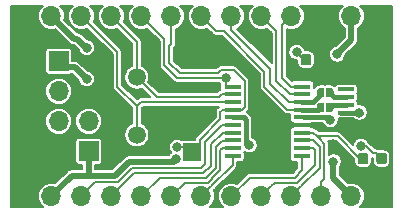
<source format=gtl>
G04 #@! TF.GenerationSoftware,KiCad,Pcbnew,(5.0.0)*
G04 #@! TF.CreationDate,2018-10-21T19:05:11+02:00*
G04 #@! TF.ProjectId,mibo20_stm32,6D69626F32305F73746D33322E6B6963,V1.0*
G04 #@! TF.SameCoordinates,PX8198450PY53920b0*
G04 #@! TF.FileFunction,Copper,L1,Top,Signal*
G04 #@! TF.FilePolarity,Positive*
%FSLAX46Y46*%
G04 Gerber Fmt 4.6, Leading zero omitted, Abs format (unit mm)*
G04 Created by KiCad (PCBNEW (5.0.0)) date 10/21/18 19:05:11*
%MOMM*%
%LPD*%
G01*
G04 APERTURE LIST*
G04 #@! TA.AperFunction,SMDPad,CuDef*
%ADD10C,0.200000*%
G04 #@! TD*
G04 #@! TA.AperFunction,Conductor*
%ADD11C,0.100000*%
G04 #@! TD*
G04 #@! TA.AperFunction,SMDPad,CuDef*
%ADD12C,0.875000*%
G04 #@! TD*
G04 #@! TA.AperFunction,ComponentPad*
%ADD13O,1.700000X1.700000*%
G04 #@! TD*
G04 #@! TA.AperFunction,ComponentPad*
%ADD14R,1.700000X1.700000*%
G04 #@! TD*
G04 #@! TA.AperFunction,SMDPad,CuDef*
%ADD15R,1.900000X1.200000*%
G04 #@! TD*
G04 #@! TA.AperFunction,ComponentPad*
%ADD16O,1.900000X1.200000*%
G04 #@! TD*
G04 #@! TA.AperFunction,SMDPad,CuDef*
%ADD17R,1.900000X1.500000*%
G04 #@! TD*
G04 #@! TA.AperFunction,ComponentPad*
%ADD18C,1.450000*%
G04 #@! TD*
G04 #@! TA.AperFunction,SMDPad,CuDef*
%ADD19R,1.350000X0.400000*%
G04 #@! TD*
G04 #@! TA.AperFunction,SMDPad,CuDef*
%ADD20R,1.500000X1.500000*%
G04 #@! TD*
G04 #@! TA.AperFunction,SMDPad,CuDef*
%ADD21R,1.450000X0.450000*%
G04 #@! TD*
G04 #@! TA.AperFunction,ComponentPad*
%ADD22C,1.500000*%
G04 #@! TD*
G04 #@! TA.AperFunction,ViaPad*
%ADD23C,0.800000*%
G04 #@! TD*
G04 #@! TA.AperFunction,Conductor*
%ADD24C,0.200000*%
G04 #@! TD*
G04 #@! TA.AperFunction,Conductor*
%ADD25C,0.500000*%
G04 #@! TD*
G04 #@! TA.AperFunction,Conductor*
%ADD26C,0.400000*%
G04 #@! TD*
G04 APERTURE END LIST*
D10*
G04 #@! TO.P,JP1,1*
G04 #@! TO.N,/PA10*
X26600201Y-7747000D03*
D11*
G04 #@! TD*
G04 #@! TO.N,/PA10*
G04 #@! TO.C,JP1*
G36*
X26900201Y-8147000D02*
X26600201Y-8147000D01*
X26600201Y-8146639D01*
X26585481Y-8146639D01*
X26556182Y-8143753D01*
X26527307Y-8138009D01*
X26499134Y-8129463D01*
X26471934Y-8118197D01*
X26445970Y-8104319D01*
X26421491Y-8087962D01*
X26398733Y-8069285D01*
X26377916Y-8048468D01*
X26359239Y-8025710D01*
X26342882Y-8001231D01*
X26329004Y-7975267D01*
X26317738Y-7948067D01*
X26309192Y-7919894D01*
X26303448Y-7891019D01*
X26300562Y-7861720D01*
X26300562Y-7847000D01*
X26300201Y-7847000D01*
X26300201Y-7647000D01*
X26300562Y-7647000D01*
X26300562Y-7632280D01*
X26303448Y-7602981D01*
X26309192Y-7574106D01*
X26317738Y-7545933D01*
X26329004Y-7518733D01*
X26342882Y-7492769D01*
X26359239Y-7468290D01*
X26377916Y-7445532D01*
X26398733Y-7424715D01*
X26421491Y-7406038D01*
X26445970Y-7389681D01*
X26471934Y-7375803D01*
X26499134Y-7364537D01*
X26527307Y-7355991D01*
X26556182Y-7350247D01*
X26585481Y-7347361D01*
X26600201Y-7347361D01*
X26600201Y-7347000D01*
X26900201Y-7347000D01*
X26900201Y-8147000D01*
X26900201Y-8147000D01*
G37*
D10*
G04 #@! TO.P,JP1,2*
G04 #@! TO.N,Net-(J4-Pad3)*
X27400201Y-7747000D03*
D11*
G04 #@! TD*
G04 #@! TO.N,Net-(J4-Pad3)*
G04 #@! TO.C,JP1*
G36*
X27100201Y-7347000D02*
X27400201Y-7347000D01*
X27400201Y-7347361D01*
X27414921Y-7347361D01*
X27444220Y-7350247D01*
X27473095Y-7355991D01*
X27501268Y-7364537D01*
X27528468Y-7375803D01*
X27554432Y-7389681D01*
X27578911Y-7406038D01*
X27601669Y-7424715D01*
X27622486Y-7445532D01*
X27641163Y-7468290D01*
X27657520Y-7492769D01*
X27671398Y-7518733D01*
X27682664Y-7545933D01*
X27691210Y-7574106D01*
X27696954Y-7602981D01*
X27699840Y-7632280D01*
X27699840Y-7647000D01*
X27700201Y-7647000D01*
X27700201Y-7847000D01*
X27699840Y-7847000D01*
X27699840Y-7861720D01*
X27696954Y-7891019D01*
X27691210Y-7919894D01*
X27682664Y-7948067D01*
X27671398Y-7975267D01*
X27657520Y-8001231D01*
X27641163Y-8025710D01*
X27622486Y-8048468D01*
X27601669Y-8069285D01*
X27578911Y-8087962D01*
X27554432Y-8104319D01*
X27528468Y-8118197D01*
X27501268Y-8129463D01*
X27473095Y-8138009D01*
X27444220Y-8143753D01*
X27414921Y-8146639D01*
X27400201Y-8146639D01*
X27400201Y-8147000D01*
X27100201Y-8147000D01*
X27100201Y-7347000D01*
X27100201Y-7347000D01*
G37*
D10*
G04 #@! TO.P,JP2,2*
G04 #@! TO.N,Net-(J4-Pad2)*
X27400201Y-8991600D03*
D11*
G04 #@! TD*
G04 #@! TO.N,Net-(J4-Pad2)*
G04 #@! TO.C,JP2*
G36*
X27100201Y-8591600D02*
X27400201Y-8591600D01*
X27400201Y-8591961D01*
X27414921Y-8591961D01*
X27444220Y-8594847D01*
X27473095Y-8600591D01*
X27501268Y-8609137D01*
X27528468Y-8620403D01*
X27554432Y-8634281D01*
X27578911Y-8650638D01*
X27601669Y-8669315D01*
X27622486Y-8690132D01*
X27641163Y-8712890D01*
X27657520Y-8737369D01*
X27671398Y-8763333D01*
X27682664Y-8790533D01*
X27691210Y-8818706D01*
X27696954Y-8847581D01*
X27699840Y-8876880D01*
X27699840Y-8891600D01*
X27700201Y-8891600D01*
X27700201Y-9091600D01*
X27699840Y-9091600D01*
X27699840Y-9106320D01*
X27696954Y-9135619D01*
X27691210Y-9164494D01*
X27682664Y-9192667D01*
X27671398Y-9219867D01*
X27657520Y-9245831D01*
X27641163Y-9270310D01*
X27622486Y-9293068D01*
X27601669Y-9313885D01*
X27578911Y-9332562D01*
X27554432Y-9348919D01*
X27528468Y-9362797D01*
X27501268Y-9374063D01*
X27473095Y-9382609D01*
X27444220Y-9388353D01*
X27414921Y-9391239D01*
X27400201Y-9391239D01*
X27400201Y-9391600D01*
X27100201Y-9391600D01*
X27100201Y-8591600D01*
X27100201Y-8591600D01*
G37*
D10*
G04 #@! TO.P,JP2,1*
G04 #@! TO.N,/PA11*
X26600201Y-8991600D03*
D11*
G04 #@! TD*
G04 #@! TO.N,/PA11*
G04 #@! TO.C,JP2*
G36*
X26900201Y-9391600D02*
X26600201Y-9391600D01*
X26600201Y-9391239D01*
X26585481Y-9391239D01*
X26556182Y-9388353D01*
X26527307Y-9382609D01*
X26499134Y-9374063D01*
X26471934Y-9362797D01*
X26445970Y-9348919D01*
X26421491Y-9332562D01*
X26398733Y-9313885D01*
X26377916Y-9293068D01*
X26359239Y-9270310D01*
X26342882Y-9245831D01*
X26329004Y-9219867D01*
X26317738Y-9192667D01*
X26309192Y-9164494D01*
X26303448Y-9135619D01*
X26300562Y-9106320D01*
X26300562Y-9091600D01*
X26300201Y-9091600D01*
X26300201Y-8891600D01*
X26300562Y-8891600D01*
X26300562Y-8876880D01*
X26303448Y-8847581D01*
X26309192Y-8818706D01*
X26317738Y-8790533D01*
X26329004Y-8763333D01*
X26342882Y-8737369D01*
X26359239Y-8712890D01*
X26377916Y-8690132D01*
X26398733Y-8669315D01*
X26421491Y-8650638D01*
X26445970Y-8634281D01*
X26471934Y-8620403D01*
X26499134Y-8609137D01*
X26527307Y-8600591D01*
X26556182Y-8594847D01*
X26585481Y-8591961D01*
X26600201Y-8591961D01*
X26600201Y-8591600D01*
X26900201Y-8591600D01*
X26900201Y-9391600D01*
X26900201Y-9391600D01*
G37*
G04 #@! TO.N,Net-(D1-Pad2)*
G04 #@! TO.C,D1*
G36*
X32015691Y-12861053D02*
X32036926Y-12864203D01*
X32057750Y-12869419D01*
X32077962Y-12876651D01*
X32097368Y-12885830D01*
X32115781Y-12896866D01*
X32133024Y-12909654D01*
X32148930Y-12924070D01*
X32163346Y-12939976D01*
X32176134Y-12957219D01*
X32187170Y-12975632D01*
X32196349Y-12995038D01*
X32203581Y-13015250D01*
X32208797Y-13036074D01*
X32211947Y-13057309D01*
X32213000Y-13078750D01*
X32213000Y-13591250D01*
X32211947Y-13612691D01*
X32208797Y-13633926D01*
X32203581Y-13654750D01*
X32196349Y-13674962D01*
X32187170Y-13694368D01*
X32176134Y-13712781D01*
X32163346Y-13730024D01*
X32148930Y-13745930D01*
X32133024Y-13760346D01*
X32115781Y-13773134D01*
X32097368Y-13784170D01*
X32077962Y-13793349D01*
X32057750Y-13800581D01*
X32036926Y-13805797D01*
X32015691Y-13808947D01*
X31994250Y-13810000D01*
X31556750Y-13810000D01*
X31535309Y-13808947D01*
X31514074Y-13805797D01*
X31493250Y-13800581D01*
X31473038Y-13793349D01*
X31453632Y-13784170D01*
X31435219Y-13773134D01*
X31417976Y-13760346D01*
X31402070Y-13745930D01*
X31387654Y-13730024D01*
X31374866Y-13712781D01*
X31363830Y-13694368D01*
X31354651Y-13674962D01*
X31347419Y-13654750D01*
X31342203Y-13633926D01*
X31339053Y-13612691D01*
X31338000Y-13591250D01*
X31338000Y-13078750D01*
X31339053Y-13057309D01*
X31342203Y-13036074D01*
X31347419Y-13015250D01*
X31354651Y-12995038D01*
X31363830Y-12975632D01*
X31374866Y-12957219D01*
X31387654Y-12939976D01*
X31402070Y-12924070D01*
X31417976Y-12909654D01*
X31435219Y-12896866D01*
X31453632Y-12885830D01*
X31473038Y-12876651D01*
X31493250Y-12869419D01*
X31514074Y-12864203D01*
X31535309Y-12861053D01*
X31556750Y-12860000D01*
X31994250Y-12860000D01*
X32015691Y-12861053D01*
X32015691Y-12861053D01*
G37*
D12*
G04 #@! TD*
G04 #@! TO.P,D1,2*
G04 #@! TO.N,Net-(D1-Pad2)*
X31775500Y-13335000D03*
D11*
G04 #@! TO.N,/LED1*
G04 #@! TO.C,D1*
G36*
X30440691Y-12861053D02*
X30461926Y-12864203D01*
X30482750Y-12869419D01*
X30502962Y-12876651D01*
X30522368Y-12885830D01*
X30540781Y-12896866D01*
X30558024Y-12909654D01*
X30573930Y-12924070D01*
X30588346Y-12939976D01*
X30601134Y-12957219D01*
X30612170Y-12975632D01*
X30621349Y-12995038D01*
X30628581Y-13015250D01*
X30633797Y-13036074D01*
X30636947Y-13057309D01*
X30638000Y-13078750D01*
X30638000Y-13591250D01*
X30636947Y-13612691D01*
X30633797Y-13633926D01*
X30628581Y-13654750D01*
X30621349Y-13674962D01*
X30612170Y-13694368D01*
X30601134Y-13712781D01*
X30588346Y-13730024D01*
X30573930Y-13745930D01*
X30558024Y-13760346D01*
X30540781Y-13773134D01*
X30522368Y-13784170D01*
X30502962Y-13793349D01*
X30482750Y-13800581D01*
X30461926Y-13805797D01*
X30440691Y-13808947D01*
X30419250Y-13810000D01*
X29981750Y-13810000D01*
X29960309Y-13808947D01*
X29939074Y-13805797D01*
X29918250Y-13800581D01*
X29898038Y-13793349D01*
X29878632Y-13784170D01*
X29860219Y-13773134D01*
X29842976Y-13760346D01*
X29827070Y-13745930D01*
X29812654Y-13730024D01*
X29799866Y-13712781D01*
X29788830Y-13694368D01*
X29779651Y-13674962D01*
X29772419Y-13654750D01*
X29767203Y-13633926D01*
X29764053Y-13612691D01*
X29763000Y-13591250D01*
X29763000Y-13078750D01*
X29764053Y-13057309D01*
X29767203Y-13036074D01*
X29772419Y-13015250D01*
X29779651Y-12995038D01*
X29788830Y-12975632D01*
X29799866Y-12957219D01*
X29812654Y-12939976D01*
X29827070Y-12924070D01*
X29842976Y-12909654D01*
X29860219Y-12896866D01*
X29878632Y-12885830D01*
X29898038Y-12876651D01*
X29918250Y-12869419D01*
X29939074Y-12864203D01*
X29960309Y-12861053D01*
X29981750Y-12860000D01*
X30419250Y-12860000D01*
X30440691Y-12861053D01*
X30440691Y-12861053D01*
G37*
D12*
G04 #@! TD*
G04 #@! TO.P,D1,1*
G04 #@! TO.N,/LED1*
X30200500Y-13335000D03*
D11*
G04 #@! TO.N,GND*
G04 #@! TO.C,D2*
G36*
X27189691Y-4479053D02*
X27210926Y-4482203D01*
X27231750Y-4487419D01*
X27251962Y-4494651D01*
X27271368Y-4503830D01*
X27289781Y-4514866D01*
X27307024Y-4527654D01*
X27322930Y-4542070D01*
X27337346Y-4557976D01*
X27350134Y-4575219D01*
X27361170Y-4593632D01*
X27370349Y-4613038D01*
X27377581Y-4633250D01*
X27382797Y-4654074D01*
X27385947Y-4675309D01*
X27387000Y-4696750D01*
X27387000Y-5209250D01*
X27385947Y-5230691D01*
X27382797Y-5251926D01*
X27377581Y-5272750D01*
X27370349Y-5292962D01*
X27361170Y-5312368D01*
X27350134Y-5330781D01*
X27337346Y-5348024D01*
X27322930Y-5363930D01*
X27307024Y-5378346D01*
X27289781Y-5391134D01*
X27271368Y-5402170D01*
X27251962Y-5411349D01*
X27231750Y-5418581D01*
X27210926Y-5423797D01*
X27189691Y-5426947D01*
X27168250Y-5428000D01*
X26730750Y-5428000D01*
X26709309Y-5426947D01*
X26688074Y-5423797D01*
X26667250Y-5418581D01*
X26647038Y-5411349D01*
X26627632Y-5402170D01*
X26609219Y-5391134D01*
X26591976Y-5378346D01*
X26576070Y-5363930D01*
X26561654Y-5348024D01*
X26548866Y-5330781D01*
X26537830Y-5312368D01*
X26528651Y-5292962D01*
X26521419Y-5272750D01*
X26516203Y-5251926D01*
X26513053Y-5230691D01*
X26512000Y-5209250D01*
X26512000Y-4696750D01*
X26513053Y-4675309D01*
X26516203Y-4654074D01*
X26521419Y-4633250D01*
X26528651Y-4613038D01*
X26537830Y-4593632D01*
X26548866Y-4575219D01*
X26561654Y-4557976D01*
X26576070Y-4542070D01*
X26591976Y-4527654D01*
X26609219Y-4514866D01*
X26627632Y-4503830D01*
X26647038Y-4494651D01*
X26667250Y-4487419D01*
X26688074Y-4482203D01*
X26709309Y-4479053D01*
X26730750Y-4478000D01*
X27168250Y-4478000D01*
X27189691Y-4479053D01*
X27189691Y-4479053D01*
G37*
D12*
G04 #@! TD*
G04 #@! TO.P,D2,1*
G04 #@! TO.N,GND*
X26949500Y-4953000D03*
D11*
G04 #@! TO.N,Net-(D2-Pad2)*
G04 #@! TO.C,D2*
G36*
X25614691Y-4479053D02*
X25635926Y-4482203D01*
X25656750Y-4487419D01*
X25676962Y-4494651D01*
X25696368Y-4503830D01*
X25714781Y-4514866D01*
X25732024Y-4527654D01*
X25747930Y-4542070D01*
X25762346Y-4557976D01*
X25775134Y-4575219D01*
X25786170Y-4593632D01*
X25795349Y-4613038D01*
X25802581Y-4633250D01*
X25807797Y-4654074D01*
X25810947Y-4675309D01*
X25812000Y-4696750D01*
X25812000Y-5209250D01*
X25810947Y-5230691D01*
X25807797Y-5251926D01*
X25802581Y-5272750D01*
X25795349Y-5292962D01*
X25786170Y-5312368D01*
X25775134Y-5330781D01*
X25762346Y-5348024D01*
X25747930Y-5363930D01*
X25732024Y-5378346D01*
X25714781Y-5391134D01*
X25696368Y-5402170D01*
X25676962Y-5411349D01*
X25656750Y-5418581D01*
X25635926Y-5423797D01*
X25614691Y-5426947D01*
X25593250Y-5428000D01*
X25155750Y-5428000D01*
X25134309Y-5426947D01*
X25113074Y-5423797D01*
X25092250Y-5418581D01*
X25072038Y-5411349D01*
X25052632Y-5402170D01*
X25034219Y-5391134D01*
X25016976Y-5378346D01*
X25001070Y-5363930D01*
X24986654Y-5348024D01*
X24973866Y-5330781D01*
X24962830Y-5312368D01*
X24953651Y-5292962D01*
X24946419Y-5272750D01*
X24941203Y-5251926D01*
X24938053Y-5230691D01*
X24937000Y-5209250D01*
X24937000Y-4696750D01*
X24938053Y-4675309D01*
X24941203Y-4654074D01*
X24946419Y-4633250D01*
X24953651Y-4613038D01*
X24962830Y-4593632D01*
X24973866Y-4575219D01*
X24986654Y-4557976D01*
X25001070Y-4542070D01*
X25016976Y-4527654D01*
X25034219Y-4514866D01*
X25052632Y-4503830D01*
X25072038Y-4494651D01*
X25092250Y-4487419D01*
X25113074Y-4482203D01*
X25134309Y-4479053D01*
X25155750Y-4478000D01*
X25593250Y-4478000D01*
X25614691Y-4479053D01*
X25614691Y-4479053D01*
G37*
D12*
G04 #@! TD*
G04 #@! TO.P,D2,2*
G04 #@! TO.N,Net-(D2-Pad2)*
X25374500Y-4953000D03*
D13*
G04 #@! TO.P,J1,2*
G04 #@! TO.N,/BOOT0*
X6985000Y-10160000D03*
D14*
G04 #@! TO.P,J1,1*
G04 #@! TO.N,+3V3*
X6985000Y-12700000D03*
G04 #@! TD*
D13*
G04 #@! TO.P,J2,13*
G04 #@! TO.N,GND*
X31750001Y-16510000D03*
G04 #@! TO.P,J2,12*
G04 #@! TO.N,/5V*
X29210001Y-16510000D03*
G04 #@! TO.P,J2,11*
G04 #@! TO.N,/LED1*
X26670001Y-16510000D03*
G04 #@! TO.P,J2,10*
G04 #@! TO.N,/PA7*
X24130001Y-16510000D03*
G04 #@! TO.P,J2,9*
G04 #@! TO.N,/PA6*
X21590001Y-16510000D03*
G04 #@! TO.P,J2,8*
G04 #@! TO.N,/PA5*
X19050001Y-16510000D03*
G04 #@! TO.P,J2,7*
G04 #@! TO.N,/PA4*
X16510001Y-16510000D03*
G04 #@! TO.P,J2,6*
G04 #@! TO.N,/PA3*
X13970001Y-16510000D03*
G04 #@! TO.P,J2,5*
G04 #@! TO.N,/PA2*
X11430001Y-16510000D03*
G04 #@! TO.P,J2,4*
G04 #@! TO.N,/PA1*
X8890001Y-16510000D03*
G04 #@! TO.P,J2,3*
G04 #@! TO.N,/PA0*
X6350001Y-16510000D03*
G04 #@! TO.P,J2,2*
G04 #@! TO.N,+3V3*
X3810001Y-16510000D03*
D14*
G04 #@! TO.P,J2,1*
G04 #@! TO.N,GND*
X1270001Y-16510000D03*
G04 #@! TD*
G04 #@! TO.P,J3,1*
G04 #@! TO.N,GND*
X1270000Y-1270000D03*
D13*
G04 #@! TO.P,J3,2*
G04 #@! TO.N,/5V*
X3810000Y-1270000D03*
G04 #@! TO.P,J3,3*
G04 #@! TO.N,/OSC_OUT*
X6350000Y-1270000D03*
G04 #@! TO.P,J3,4*
G04 #@! TO.N,/OSC_IN*
X8890000Y-1270000D03*
G04 #@! TO.P,J3,5*
G04 #@! TO.N,/BOOT0*
X11430000Y-1270000D03*
G04 #@! TO.P,J3,6*
G04 #@! TO.N,/RESET*
X13970000Y-1270000D03*
G04 #@! TO.P,J3,7*
G04 #@! TO.N,/PA11*
X16510000Y-1270000D03*
G04 #@! TO.P,J3,8*
G04 #@! TO.N,/PA10*
X19050000Y-1270000D03*
G04 #@! TO.P,J3,9*
G04 #@! TO.N,/PA13*
X21590000Y-1270000D03*
G04 #@! TO.P,J3,10*
G04 #@! TO.N,/PA14*
X24130000Y-1270000D03*
G04 #@! TO.P,J3,11*
G04 #@! TO.N,GND*
X26670000Y-1270000D03*
G04 #@! TO.P,J3,12*
G04 #@! TO.N,+3V3*
X29210000Y-1270000D03*
G04 #@! TO.P,J3,13*
G04 #@! TO.N,GND*
X31750000Y-1270000D03*
G04 #@! TD*
D15*
G04 #@! TO.P,J4,6*
G04 #@! TO.N,GND*
X31463500Y-11028000D03*
X31463500Y-5228000D03*
D16*
X31463500Y-4628000D03*
X31463500Y-11628000D03*
D17*
X31463500Y-9128000D03*
D18*
X28763500Y-5628000D03*
D19*
G04 #@! TO.P,J4,3*
G04 #@! TO.N,Net-(J4-Pad3)*
X28763500Y-8128000D03*
G04 #@! TO.P,J4,4*
G04 #@! TO.N,N/C*
X28763500Y-7478000D03*
G04 #@! TO.P,J4,5*
G04 #@! TO.N,GND*
X28763500Y-6828000D03*
G04 #@! TO.P,J4,1*
G04 #@! TO.N,/5V*
X28763500Y-9428000D03*
G04 #@! TO.P,J4,2*
G04 #@! TO.N,Net-(J4-Pad2)*
X28763500Y-8778000D03*
D18*
G04 #@! TO.P,J4,6*
G04 #@! TO.N,GND*
X28763500Y-10628000D03*
D17*
X31463500Y-7128000D03*
G04 #@! TD*
D14*
G04 #@! TO.P,J5,1*
G04 #@! TO.N,+3V3*
X4445000Y-5080000D03*
D13*
G04 #@! TO.P,J5,2*
G04 #@! TO.N,/PA13*
X4445000Y-7620000D03*
G04 #@! TO.P,J5,3*
G04 #@! TO.N,/PA14*
X4445000Y-10160000D03*
G04 #@! TO.P,J5,4*
G04 #@! TO.N,GND*
X4445000Y-12700000D03*
G04 #@! TD*
D20*
G04 #@! TO.P,SW1,1*
G04 #@! TO.N,/RESET*
X15748000Y-12790000D03*
G04 #@! TO.P,SW1,2*
G04 #@! TO.N,GND*
X15748000Y-4990000D03*
G04 #@! TD*
D21*
G04 #@! TO.P,U1,1*
G04 #@! TO.N,/BOOT0*
X19148000Y-7235000D03*
G04 #@! TO.P,U1,2*
G04 #@! TO.N,/OSC_IN*
X19148000Y-7885000D03*
G04 #@! TO.P,U1,3*
G04 #@! TO.N,/OSC_OUT*
X19148000Y-8535000D03*
G04 #@! TO.P,U1,4*
G04 #@! TO.N,/RESET*
X19148000Y-9185000D03*
G04 #@! TO.P,U1,5*
G04 #@! TO.N,+3V3*
X19148000Y-9835000D03*
G04 #@! TO.P,U1,6*
G04 #@! TO.N,/PA0*
X19148000Y-10485000D03*
G04 #@! TO.P,U1,7*
G04 #@! TO.N,/PA1*
X19148000Y-11135000D03*
G04 #@! TO.P,U1,8*
G04 #@! TO.N,/PA2*
X19148000Y-11785000D03*
G04 #@! TO.P,U1,9*
G04 #@! TO.N,/PA3*
X19148000Y-12435000D03*
G04 #@! TO.P,U1,10*
G04 #@! TO.N,/PA4*
X19148000Y-13085000D03*
G04 #@! TO.P,U1,11*
G04 #@! TO.N,/PA5*
X25048000Y-13085000D03*
G04 #@! TO.P,U1,12*
G04 #@! TO.N,/PA6*
X25048000Y-12435000D03*
G04 #@! TO.P,U1,13*
G04 #@! TO.N,/PA7*
X25048000Y-11785000D03*
G04 #@! TO.P,U1,14*
G04 #@! TO.N,/LED1*
X25048000Y-11135000D03*
G04 #@! TO.P,U1,15*
G04 #@! TO.N,GND*
X25048000Y-10485000D03*
G04 #@! TO.P,U1,16*
G04 #@! TO.N,+3V3*
X25048000Y-9835000D03*
G04 #@! TO.P,U1,17*
G04 #@! TO.N,/PA11*
X25048000Y-9185000D03*
G04 #@! TO.P,U1,18*
G04 #@! TO.N,/PA10*
X25048000Y-8535000D03*
G04 #@! TO.P,U1,19*
G04 #@! TO.N,/PA13*
X25048000Y-7885000D03*
G04 #@! TO.P,U1,20*
G04 #@! TO.N,/PA14*
X25048000Y-7235000D03*
G04 #@! TD*
D22*
G04 #@! TO.P,Y1,2*
G04 #@! TO.N,/OSC_OUT*
X11049000Y-11328400D03*
G04 #@! TO.P,Y1,1*
G04 #@! TO.N,/OSC_IN*
X11049000Y-6448400D03*
G04 #@! TD*
D23*
G04 #@! TO.N,GND*
X8636001Y-4699000D03*
X22098001Y-4318000D03*
X10033000Y-8890000D03*
X12192001Y-4445000D03*
X18605500Y-4572000D03*
X23495000Y-14224000D03*
X27686000Y-12128500D03*
X8763000Y-13843000D03*
X6985001Y-5334000D03*
X21209000Y-8001000D03*
X26289000Y-3619500D03*
X21971000Y-10033000D03*
X21082000Y-14224000D03*
X26543000Y-10668000D03*
X14541500Y-4572000D03*
X29148010Y-13779500D03*
X10287001Y-4699000D03*
X24130000Y-5334000D03*
X20764500Y-6096000D03*
X15748001Y-11303000D03*
G04 #@! TO.N,/RESET*
X14478001Y-12342000D03*
G04 #@! TO.N,+3V3*
X6794501Y-6604000D03*
X28003500Y-4508500D03*
X20574000Y-12192000D03*
X27432000Y-10033000D03*
X14351001Y-13398500D03*
G04 #@! TO.N,/5V*
X27686000Y-13589000D03*
X6794501Y-3937000D03*
X29889999Y-9428001D03*
G04 #@! TO.N,/BOOT0*
X18605500Y-6540500D03*
G04 #@! TO.N,Net-(D1-Pad2)*
X30035500Y-12255500D03*
G04 #@! TO.N,Net-(D2-Pad2)*
X24574500Y-4318000D03*
G04 #@! TD*
D24*
G04 #@! TO.N,/OSC_IN*
X12728600Y-8128000D02*
X11049000Y-6448400D01*
X17970500Y-8128000D02*
X12728600Y-8128000D01*
X18224500Y-7874000D02*
X17970500Y-8128000D01*
X19148000Y-7885000D02*
X19137000Y-7874000D01*
X19137000Y-7874000D02*
X18224500Y-7874000D01*
X11049000Y-3429000D02*
X8890000Y-1270000D01*
X11049000Y-6448400D02*
X11049000Y-3429000D01*
G04 #@! TO.N,GND*
X15748000Y-5334000D02*
X15494000Y-5334000D01*
G04 #@! TO.N,/OSC_OUT*
X11049000Y-8890000D02*
X11049000Y-11328400D01*
X9398000Y-7239000D02*
X11049000Y-8890000D01*
X6350000Y-1270000D02*
X9398000Y-4318000D01*
X11049000Y-8890001D02*
X11049000Y-11328400D01*
X19148000Y-8535000D02*
X11404001Y-8535000D01*
X11404001Y-8535000D02*
X11049000Y-8890001D01*
X9398001Y-4318000D02*
X9398001Y-7239000D01*
G04 #@! TO.N,/RESET*
X16383000Y-11747500D02*
X16383000Y-12319000D01*
X18310500Y-9185000D02*
X18185501Y-9309999D01*
X19148000Y-9185000D02*
X18310500Y-9185000D01*
X18185501Y-9309999D02*
X18182999Y-9309999D01*
X18182999Y-9309999D02*
X18122999Y-9369999D01*
X18122999Y-9369999D02*
X18122999Y-10007501D01*
X18122999Y-10007501D02*
X16383000Y-11747500D01*
X19988002Y-9185000D02*
X20173001Y-9000001D01*
X19148000Y-9185000D02*
X19988002Y-9185000D01*
X20173001Y-9000001D02*
X20173001Y-6769999D01*
X20173001Y-6769999D02*
X19243501Y-5840499D01*
X19243501Y-5840499D02*
X18162501Y-5840499D01*
X18162501Y-5840499D02*
X17907000Y-6096000D01*
X16573500Y-6096000D02*
X16446500Y-6096000D01*
X17907000Y-6096000D02*
X16573500Y-6096000D01*
X13970000Y-3619500D02*
X13970000Y-1270000D01*
X13779500Y-5207000D02*
X13779500Y-3810000D01*
X14668500Y-6096000D02*
X13779500Y-5207000D01*
X13779500Y-3810000D02*
X13970000Y-3619500D01*
X16573500Y-6096000D02*
X14668500Y-6096000D01*
X15636000Y-12678000D02*
X15748000Y-12790000D01*
X15300000Y-12342000D02*
X15748000Y-12790000D01*
X14478001Y-12342000D02*
X15300000Y-12342000D01*
D25*
G04 #@! TO.N,+3V3*
X5524501Y-14795500D02*
X3810001Y-16510000D01*
X6985000Y-14050000D02*
X6985000Y-14795500D01*
X6985000Y-12700000D02*
X6985000Y-14050000D01*
X6985000Y-14795500D02*
X5524501Y-14795500D01*
D26*
X27234000Y-9835000D02*
X27432000Y-10033000D01*
X27305000Y-9906000D02*
X27234000Y-9835000D01*
X27234000Y-9835000D02*
X25175000Y-9835000D01*
X20122000Y-9835000D02*
X19148000Y-9835000D01*
X20320000Y-10033000D02*
X20122000Y-9835000D01*
X20320000Y-11938000D02*
X20320000Y-10033000D01*
X20574000Y-12192000D02*
X20320000Y-11938000D01*
D25*
X29210000Y-1270000D02*
X29210000Y-3302000D01*
X29210000Y-3302000D02*
X28003500Y-4508500D01*
X9207500Y-14795500D02*
X6985000Y-14795500D01*
X10414000Y-13589000D02*
X9207500Y-14795500D01*
X14351001Y-13462000D02*
X14224001Y-13589000D01*
X14224001Y-13589000D02*
X10414000Y-13589000D01*
X4953000Y-5588000D02*
X4445000Y-5080000D01*
X5778501Y-5588000D02*
X4953000Y-5588000D01*
X6731000Y-6604000D02*
X6731000Y-6540499D01*
X6731000Y-6540499D02*
X5778501Y-5588000D01*
G04 #@! TO.N,/5V*
X29910000Y-9408000D02*
X29865001Y-9452999D01*
X29889999Y-9428001D02*
X29910000Y-9408000D01*
X29210001Y-16510000D02*
X29210001Y-16509999D01*
X29889999Y-9442999D02*
X29889999Y-9428001D01*
D26*
X28321000Y-9428001D02*
X30047000Y-9428001D01*
D25*
X27686000Y-14985999D02*
X29210001Y-16510000D01*
X27686000Y-13970000D02*
X27686000Y-14985999D01*
X27686000Y-13970000D02*
X27686000Y-13462000D01*
X5969001Y-3175000D02*
X6731001Y-3937000D01*
X3810000Y-1270000D02*
X5715000Y-3175000D01*
X5715000Y-3175000D02*
X5969001Y-3175000D01*
D24*
G04 #@! TO.N,/BOOT0*
X18605500Y-7235000D02*
X19148000Y-7235000D01*
X18605500Y-6540500D02*
X18605500Y-7235000D01*
X11430000Y-1270000D02*
X13379489Y-3219489D01*
X13379489Y-3219489D02*
X13379489Y-5441989D01*
X13379489Y-5441989D02*
X14478000Y-6540500D01*
X14478000Y-6540500D02*
X18039815Y-6540500D01*
X18039815Y-6540500D02*
X18605500Y-6540500D01*
G04 #@! TO.N,/PA7*
X25048000Y-11785000D02*
X25973000Y-11785000D01*
X25973000Y-11785000D02*
X26523989Y-12335989D01*
X24980000Y-15660001D02*
X24130001Y-16510000D01*
X26523989Y-12335989D02*
X26523989Y-14116012D01*
X26523989Y-14116012D02*
X24980000Y-15660001D01*
G04 #@! TO.N,/PA6*
X22225000Y-16510000D02*
X21590001Y-16510000D01*
X24645001Y-15359999D02*
X22740002Y-15359999D01*
X22740002Y-15359999D02*
X22440000Y-15660001D01*
X22440000Y-15660001D02*
X21590001Y-16510000D01*
X26123978Y-12585978D02*
X26123978Y-13881022D01*
X26123978Y-13881022D02*
X24645001Y-15359999D01*
X25973000Y-12435000D02*
X26123978Y-12585978D01*
X25048000Y-12435000D02*
X25973000Y-12435000D01*
G04 #@! TO.N,/LED1*
X26924000Y-15053920D02*
X26924000Y-12065000D01*
X26670001Y-16510000D02*
X26670001Y-15307919D01*
X26670001Y-15307919D02*
X26924000Y-15053920D01*
X25994000Y-11135000D02*
X25048000Y-11135000D01*
X26268000Y-11409000D02*
X25994000Y-11135000D01*
X26543000Y-11536000D02*
X26670000Y-11409000D01*
X26543000Y-11684000D02*
X26543000Y-11536000D01*
X26670000Y-11409000D02*
X26268000Y-11409000D01*
X26543000Y-11684000D02*
X26289000Y-11430000D01*
X26924000Y-12065000D02*
X26543000Y-11684000D01*
X28046000Y-11409000D02*
X26670000Y-11409000D01*
X30200500Y-13335000D02*
X29972000Y-13335000D01*
X29972000Y-13335000D02*
X28046000Y-11409000D01*
G04 #@! TO.N,/PA0*
X19148000Y-10485000D02*
X19148000Y-10541000D01*
X18223000Y-10485000D02*
X19148000Y-10485000D01*
X16798001Y-11909999D02*
X18223000Y-10485000D01*
X7514490Y-15345511D02*
X9435322Y-15345511D01*
X9435322Y-15345511D02*
X10638584Y-14142248D01*
X10638584Y-14142248D02*
X16464752Y-14142248D01*
X6350001Y-16510000D02*
X7514490Y-15345511D01*
X16464752Y-14142248D02*
X16798001Y-13808999D01*
X16798001Y-13808999D02*
X16798001Y-11909999D01*
G04 #@! TO.N,/PA1*
X19148000Y-11135000D02*
X19148000Y-11259999D01*
X18307998Y-11135000D02*
X19148000Y-11135000D01*
X17322800Y-12120198D02*
X18307998Y-11135000D01*
X17322800Y-13919200D02*
X17322800Y-12120198D01*
X16682021Y-14559979D02*
X17322800Y-13919200D01*
X8890001Y-16510000D02*
X10840022Y-14559979D01*
X10840022Y-14559979D02*
X16682021Y-14559979D01*
G04 #@! TO.N,/PA2*
X19122000Y-11811000D02*
X19148000Y-11785000D01*
X12980012Y-14959989D02*
X16917011Y-14959989D01*
X11430001Y-16510000D02*
X12980012Y-14959989D01*
X17722810Y-14154190D02*
X17722810Y-12376190D01*
X17722810Y-12376190D02*
X18288000Y-11811000D01*
X16917011Y-14959989D02*
X17722810Y-14154190D01*
X18288000Y-11811000D02*
X19122000Y-11811000D01*
G04 #@! TO.N,/PA3*
X19148000Y-12435000D02*
X18307998Y-12435000D01*
X18307998Y-12435000D02*
X18123000Y-12619998D01*
X18123000Y-14333496D02*
X18122818Y-14333678D01*
X18123000Y-12619998D02*
X18123000Y-14333496D01*
X18122818Y-14333678D02*
X17526000Y-14930496D01*
X17526000Y-14930496D02*
X17307748Y-15148748D01*
X17025001Y-15359999D02*
X17094304Y-15359999D01*
X15120001Y-15360000D02*
X17025001Y-15359999D01*
X13970001Y-16510000D02*
X15120001Y-15360000D01*
X17307748Y-15148748D02*
X17094304Y-15359999D01*
X17094304Y-15359999D02*
X17180748Y-15275748D01*
G04 #@! TO.N,/PA4*
X16510001Y-16510000D02*
X17360000Y-15660001D01*
X19148000Y-13510000D02*
X19148000Y-13085000D01*
X19148000Y-13874194D02*
X19148000Y-13510000D01*
X17362193Y-15660001D02*
X19148000Y-13874194D01*
X17360000Y-15660001D02*
X17362193Y-15660001D01*
G04 #@! TO.N,/PA5*
X19050001Y-16509999D02*
X19050001Y-16510000D01*
X20600011Y-14959989D02*
X19050001Y-16509999D01*
X24410011Y-14959989D02*
X20600011Y-14959989D01*
X25048000Y-13085000D02*
X25048000Y-14322000D01*
X25048000Y-14322000D02*
X24410011Y-14959989D01*
G04 #@! TO.N,/PA10*
X19050001Y-1270001D02*
X19050000Y-1270000D01*
X19050001Y-2413000D02*
X19050001Y-1270001D01*
X22352000Y-5714999D02*
X19050001Y-2413000D01*
X22352000Y-6985000D02*
X22352000Y-5714999D01*
X25048000Y-8535000D02*
X23902000Y-8535000D01*
X23902000Y-8535000D02*
X22352000Y-6985000D01*
D26*
X25048000Y-8535000D02*
X25932801Y-8535000D01*
X25932801Y-8535000D02*
X26543001Y-7924800D01*
G04 #@! TO.N,/PA11*
X26406801Y-9185000D02*
X26600201Y-8991600D01*
X25048000Y-9185000D02*
X26406801Y-9185000D01*
D24*
X23790000Y-9185000D02*
X25048000Y-9185000D01*
X21844000Y-7239000D02*
X23790000Y-9185000D01*
X21844000Y-5994399D02*
X21844000Y-7239000D01*
X18389601Y-2540000D02*
X21844000Y-5994399D01*
X16510000Y-1270000D02*
X17780000Y-2540000D01*
X17780000Y-2540000D02*
X18389601Y-2540000D01*
G04 #@! TO.N,Net-(D1-Pad2)*
X31775500Y-13335000D02*
X31775500Y-13436500D01*
X31313888Y-12873388D02*
X31775500Y-13335000D01*
X31034388Y-12873388D02*
X31313888Y-12873388D01*
X30035500Y-12255500D02*
X30416500Y-12255500D01*
X30416500Y-12255500D02*
X31034388Y-12873388D01*
G04 #@! TO.N,Net-(D2-Pad2)*
X24574500Y-4318000D02*
X24511000Y-4318000D01*
X25247500Y-4699000D02*
X24955500Y-4699000D01*
X24955500Y-4699000D02*
X24574500Y-4318000D01*
G04 #@! TO.N,/PA13*
X22860001Y-2540001D02*
X21590000Y-1270000D01*
X22860001Y-6731001D02*
X22860001Y-2540001D01*
X25048000Y-7885000D02*
X24014000Y-7885000D01*
X24014000Y-7885000D02*
X22860001Y-6731001D01*
G04 #@! TO.N,/PA14*
X24126000Y-7235000D02*
X23368000Y-6477000D01*
X25048000Y-7235000D02*
X24126000Y-7235000D01*
X23368000Y-6477000D02*
X23368000Y-2032000D01*
X23368000Y-2032000D02*
X24130000Y-1270000D01*
D26*
G04 #@! TO.N,Net-(J4-Pad2)*
X27613801Y-8778000D02*
X27400201Y-8991600D01*
X28763500Y-8778000D02*
X27613801Y-8778000D01*
G04 #@! TO.N,Net-(J4-Pad3)*
X27781201Y-8128000D02*
X27400201Y-7747000D01*
X28763500Y-8128000D02*
X27781201Y-8128000D01*
G04 #@! TD*
D24*
G04 #@! TO.N,GND*
G36*
X2992893Y-452893D02*
X2849184Y-628003D01*
X2742398Y-827785D01*
X2676640Y-1044561D01*
X2654436Y-1270000D01*
X2676640Y-1495439D01*
X2742398Y-1712215D01*
X2849184Y-1911997D01*
X2992893Y-2087107D01*
X3168003Y-2230816D01*
X3367785Y-2337602D01*
X3584561Y-2403360D01*
X3753508Y-2420000D01*
X3866492Y-2420000D01*
X4035439Y-2403360D01*
X4135262Y-2373079D01*
X5306992Y-3544810D01*
X5324210Y-3565790D01*
X5345190Y-3583008D01*
X5345195Y-3583013D01*
X5407958Y-3634521D01*
X5503505Y-3685592D01*
X5594549Y-3713210D01*
X5607181Y-3717042D01*
X5687982Y-3725000D01*
X5687989Y-3725000D01*
X5715000Y-3727660D01*
X5741258Y-3725074D01*
X6112472Y-4096288D01*
X6121402Y-4141182D01*
X6174169Y-4268574D01*
X6250775Y-4383224D01*
X6348277Y-4480726D01*
X6462927Y-4557332D01*
X6590319Y-4610099D01*
X6725557Y-4637000D01*
X6863445Y-4637000D01*
X6998683Y-4610099D01*
X7126075Y-4557332D01*
X7240725Y-4480726D01*
X7338227Y-4383224D01*
X7414833Y-4268574D01*
X7467600Y-4141182D01*
X7494501Y-4005944D01*
X7494501Y-3868056D01*
X7467600Y-3732818D01*
X7414833Y-3605426D01*
X7338227Y-3490776D01*
X7240725Y-3393274D01*
X7126075Y-3316668D01*
X6998683Y-3263901D01*
X6863445Y-3237000D01*
X6808818Y-3237000D01*
X6377013Y-2805195D01*
X6359791Y-2784210D01*
X6276043Y-2715479D01*
X6180495Y-2664408D01*
X6076820Y-2632958D01*
X5996019Y-2625000D01*
X5996009Y-2625000D01*
X5969001Y-2622340D01*
X5942744Y-2624926D01*
X4913079Y-1595262D01*
X4943360Y-1495439D01*
X4965564Y-1270000D01*
X4943360Y-1044561D01*
X4877602Y-827785D01*
X4770816Y-628003D01*
X4627107Y-452893D01*
X4532194Y-375000D01*
X5627806Y-375000D01*
X5532893Y-452893D01*
X5389184Y-628003D01*
X5282398Y-827785D01*
X5216640Y-1044561D01*
X5194436Y-1270000D01*
X5216640Y-1495439D01*
X5282398Y-1712215D01*
X5389184Y-1911997D01*
X5532893Y-2087107D01*
X5708003Y-2230816D01*
X5907785Y-2337602D01*
X6124561Y-2403360D01*
X6293508Y-2420000D01*
X6406492Y-2420000D01*
X6575439Y-2403360D01*
X6792215Y-2337602D01*
X6831121Y-2316806D01*
X8998001Y-4483687D01*
X8998002Y-7219333D01*
X8996065Y-7239000D01*
X9003788Y-7317413D01*
X9026661Y-7392814D01*
X9063803Y-7462302D01*
X9101265Y-7507950D01*
X9101274Y-7507959D01*
X9113791Y-7523211D01*
X9129043Y-7535728D01*
X10649000Y-9055685D01*
X10649001Y-10357573D01*
X10551638Y-10397902D01*
X10379664Y-10512811D01*
X10233411Y-10659064D01*
X10118502Y-10831038D01*
X10039350Y-11022126D01*
X9999000Y-11224984D01*
X9999000Y-11431816D01*
X10039350Y-11634674D01*
X10118502Y-11825762D01*
X10233411Y-11997736D01*
X10379664Y-12143989D01*
X10551638Y-12258898D01*
X10742726Y-12338050D01*
X10945584Y-12378400D01*
X11152416Y-12378400D01*
X11355274Y-12338050D01*
X11546362Y-12258898D01*
X11718336Y-12143989D01*
X11864589Y-11997736D01*
X11979498Y-11825762D01*
X12058650Y-11634674D01*
X12099000Y-11431816D01*
X12099000Y-11224984D01*
X12058650Y-11022126D01*
X11979498Y-10831038D01*
X11864589Y-10659064D01*
X11718336Y-10512811D01*
X11546362Y-10397902D01*
X11449000Y-10357573D01*
X11449000Y-9055686D01*
X11569687Y-8935000D01*
X17994815Y-8935000D01*
X17928004Y-9001811D01*
X17898788Y-9025788D01*
X17886264Y-9041049D01*
X17854051Y-9073262D01*
X17838788Y-9085788D01*
X17788802Y-9146697D01*
X17751659Y-9216186D01*
X17735653Y-9268951D01*
X17728787Y-9291586D01*
X17721064Y-9369999D01*
X17722999Y-9389646D01*
X17723000Y-9841814D01*
X16114052Y-11450763D01*
X16098789Y-11463289D01*
X16048803Y-11524198D01*
X16011660Y-11593687D01*
X15993576Y-11653302D01*
X15988788Y-11669087D01*
X15981947Y-11738549D01*
X14998000Y-11738549D01*
X14939190Y-11744341D01*
X14882640Y-11761496D01*
X14875163Y-11765492D01*
X14809575Y-11721668D01*
X14682183Y-11668901D01*
X14546945Y-11642000D01*
X14409057Y-11642000D01*
X14273819Y-11668901D01*
X14146427Y-11721668D01*
X14031777Y-11798274D01*
X13934275Y-11895776D01*
X13857669Y-12010426D01*
X13804902Y-12137818D01*
X13778001Y-12273056D01*
X13778001Y-12410944D01*
X13804902Y-12546182D01*
X13857669Y-12673574D01*
X13934275Y-12788224D01*
X13962354Y-12816303D01*
X13904777Y-12854774D01*
X13807275Y-12952276D01*
X13749328Y-13039000D01*
X10441011Y-13039000D01*
X10414000Y-13036340D01*
X10386989Y-13039000D01*
X10386982Y-13039000D01*
X10306181Y-13046958D01*
X10202506Y-13078408D01*
X10106958Y-13129479D01*
X10023210Y-13198210D01*
X10005987Y-13219196D01*
X8979683Y-14245500D01*
X7535000Y-14245500D01*
X7535000Y-13851451D01*
X7835000Y-13851451D01*
X7893810Y-13845659D01*
X7950360Y-13828504D01*
X8002477Y-13800647D01*
X8048158Y-13763158D01*
X8085647Y-13717477D01*
X8113504Y-13665360D01*
X8130659Y-13608810D01*
X8136451Y-13550000D01*
X8136451Y-11850000D01*
X8130659Y-11791190D01*
X8113504Y-11734640D01*
X8085647Y-11682523D01*
X8048158Y-11636842D01*
X8002477Y-11599353D01*
X7950360Y-11571496D01*
X7893810Y-11554341D01*
X7835000Y-11548549D01*
X6135000Y-11548549D01*
X6076190Y-11554341D01*
X6019640Y-11571496D01*
X5967523Y-11599353D01*
X5921842Y-11636842D01*
X5884353Y-11682523D01*
X5856496Y-11734640D01*
X5839341Y-11791190D01*
X5833549Y-11850000D01*
X5833549Y-13550000D01*
X5839341Y-13608810D01*
X5856496Y-13665360D01*
X5884353Y-13717477D01*
X5921842Y-13763158D01*
X5967523Y-13800647D01*
X6019640Y-13828504D01*
X6076190Y-13845659D01*
X6135000Y-13851451D01*
X6435001Y-13851451D01*
X6435001Y-14022973D01*
X6435000Y-14022983D01*
X6435000Y-14245500D01*
X5551508Y-14245500D01*
X5524500Y-14242840D01*
X5497492Y-14245500D01*
X5497483Y-14245500D01*
X5416682Y-14253458D01*
X5313007Y-14284908D01*
X5269799Y-14308003D01*
X5217458Y-14335979D01*
X5154696Y-14387487D01*
X5154691Y-14387492D01*
X5133711Y-14404710D01*
X5116493Y-14425690D01*
X4135263Y-15406921D01*
X4035440Y-15376640D01*
X3866493Y-15360000D01*
X3753509Y-15360000D01*
X3584562Y-15376640D01*
X3367786Y-15442398D01*
X3168004Y-15549184D01*
X2992894Y-15692893D01*
X2849185Y-15868003D01*
X2742399Y-16067785D01*
X2676641Y-16284561D01*
X2654437Y-16510000D01*
X2676641Y-16735439D01*
X2742399Y-16952215D01*
X2849185Y-17151997D01*
X2992894Y-17327107D01*
X3087807Y-17405000D01*
X375000Y-17405000D01*
X375000Y-10160000D01*
X3289436Y-10160000D01*
X3311640Y-10385439D01*
X3377398Y-10602215D01*
X3484184Y-10801997D01*
X3627893Y-10977107D01*
X3803003Y-11120816D01*
X4002785Y-11227602D01*
X4219561Y-11293360D01*
X4388508Y-11310000D01*
X4501492Y-11310000D01*
X4670439Y-11293360D01*
X4887215Y-11227602D01*
X5086997Y-11120816D01*
X5262107Y-10977107D01*
X5405816Y-10801997D01*
X5512602Y-10602215D01*
X5578360Y-10385439D01*
X5600564Y-10160000D01*
X5829436Y-10160000D01*
X5851640Y-10385439D01*
X5917398Y-10602215D01*
X6024184Y-10801997D01*
X6167893Y-10977107D01*
X6343003Y-11120816D01*
X6542785Y-11227602D01*
X6759561Y-11293360D01*
X6928508Y-11310000D01*
X7041492Y-11310000D01*
X7210439Y-11293360D01*
X7427215Y-11227602D01*
X7626997Y-11120816D01*
X7802107Y-10977107D01*
X7945816Y-10801997D01*
X8052602Y-10602215D01*
X8118360Y-10385439D01*
X8140564Y-10160000D01*
X8118360Y-9934561D01*
X8052602Y-9717785D01*
X7945816Y-9518003D01*
X7802107Y-9342893D01*
X7626997Y-9199184D01*
X7427215Y-9092398D01*
X7210439Y-9026640D01*
X7041492Y-9010000D01*
X6928508Y-9010000D01*
X6759561Y-9026640D01*
X6542785Y-9092398D01*
X6343003Y-9199184D01*
X6167893Y-9342893D01*
X6024184Y-9518003D01*
X5917398Y-9717785D01*
X5851640Y-9934561D01*
X5829436Y-10160000D01*
X5600564Y-10160000D01*
X5578360Y-9934561D01*
X5512602Y-9717785D01*
X5405816Y-9518003D01*
X5262107Y-9342893D01*
X5086997Y-9199184D01*
X4887215Y-9092398D01*
X4670439Y-9026640D01*
X4501492Y-9010000D01*
X4388508Y-9010000D01*
X4219561Y-9026640D01*
X4002785Y-9092398D01*
X3803003Y-9199184D01*
X3627893Y-9342893D01*
X3484184Y-9518003D01*
X3377398Y-9717785D01*
X3311640Y-9934561D01*
X3289436Y-10160000D01*
X375000Y-10160000D01*
X375000Y-7620000D01*
X3289436Y-7620000D01*
X3311640Y-7845439D01*
X3377398Y-8062215D01*
X3484184Y-8261997D01*
X3627893Y-8437107D01*
X3803003Y-8580816D01*
X4002785Y-8687602D01*
X4219561Y-8753360D01*
X4388508Y-8770000D01*
X4501492Y-8770000D01*
X4670439Y-8753360D01*
X4887215Y-8687602D01*
X5086997Y-8580816D01*
X5262107Y-8437107D01*
X5405816Y-8261997D01*
X5512602Y-8062215D01*
X5578360Y-7845439D01*
X5600564Y-7620000D01*
X5578360Y-7394561D01*
X5512602Y-7177785D01*
X5405816Y-6978003D01*
X5262107Y-6802893D01*
X5086997Y-6659184D01*
X4887215Y-6552398D01*
X4670439Y-6486640D01*
X4501492Y-6470000D01*
X4388508Y-6470000D01*
X4219561Y-6486640D01*
X4002785Y-6552398D01*
X3803003Y-6659184D01*
X3627893Y-6802893D01*
X3484184Y-6978003D01*
X3377398Y-7177785D01*
X3311640Y-7394561D01*
X3289436Y-7620000D01*
X375000Y-7620000D01*
X375000Y-4230000D01*
X3293549Y-4230000D01*
X3293549Y-5930000D01*
X3299341Y-5988810D01*
X3316496Y-6045360D01*
X3344353Y-6097477D01*
X3381842Y-6143158D01*
X3427523Y-6180647D01*
X3479640Y-6208504D01*
X3536190Y-6225659D01*
X3595000Y-6231451D01*
X5295000Y-6231451D01*
X5353810Y-6225659D01*
X5410360Y-6208504D01*
X5462477Y-6180647D01*
X5508158Y-6143158D01*
X5512391Y-6138000D01*
X5550684Y-6138000D01*
X6096704Y-6684021D01*
X6121402Y-6808182D01*
X6174169Y-6935574D01*
X6250775Y-7050224D01*
X6348277Y-7147726D01*
X6462927Y-7224332D01*
X6590319Y-7277099D01*
X6725557Y-7304000D01*
X6863445Y-7304000D01*
X6998683Y-7277099D01*
X7126075Y-7224332D01*
X7240725Y-7147726D01*
X7338227Y-7050224D01*
X7414833Y-6935574D01*
X7467600Y-6808182D01*
X7494501Y-6672944D01*
X7494501Y-6535056D01*
X7467600Y-6399818D01*
X7414833Y-6272426D01*
X7338227Y-6157776D01*
X7240725Y-6060274D01*
X7126075Y-5983668D01*
X6998683Y-5930901D01*
X6874522Y-5906203D01*
X6186513Y-5218195D01*
X6169291Y-5197210D01*
X6085543Y-5128479D01*
X5989995Y-5077408D01*
X5886320Y-5045958D01*
X5805519Y-5038000D01*
X5805509Y-5038000D01*
X5778501Y-5035340D01*
X5751493Y-5038000D01*
X5596451Y-5038000D01*
X5596451Y-4230000D01*
X5590659Y-4171190D01*
X5573504Y-4114640D01*
X5545647Y-4062523D01*
X5508158Y-4016842D01*
X5462477Y-3979353D01*
X5410360Y-3951496D01*
X5353810Y-3934341D01*
X5295000Y-3928549D01*
X3595000Y-3928549D01*
X3536190Y-3934341D01*
X3479640Y-3951496D01*
X3427523Y-3979353D01*
X3381842Y-4016842D01*
X3344353Y-4062523D01*
X3316496Y-4114640D01*
X3299341Y-4171190D01*
X3293549Y-4230000D01*
X375000Y-4230000D01*
X375000Y-375000D01*
X3087806Y-375000D01*
X2992893Y-452893D01*
X2992893Y-452893D01*
G37*
X2992893Y-452893D02*
X2849184Y-628003D01*
X2742398Y-827785D01*
X2676640Y-1044561D01*
X2654436Y-1270000D01*
X2676640Y-1495439D01*
X2742398Y-1712215D01*
X2849184Y-1911997D01*
X2992893Y-2087107D01*
X3168003Y-2230816D01*
X3367785Y-2337602D01*
X3584561Y-2403360D01*
X3753508Y-2420000D01*
X3866492Y-2420000D01*
X4035439Y-2403360D01*
X4135262Y-2373079D01*
X5306992Y-3544810D01*
X5324210Y-3565790D01*
X5345190Y-3583008D01*
X5345195Y-3583013D01*
X5407958Y-3634521D01*
X5503505Y-3685592D01*
X5594549Y-3713210D01*
X5607181Y-3717042D01*
X5687982Y-3725000D01*
X5687989Y-3725000D01*
X5715000Y-3727660D01*
X5741258Y-3725074D01*
X6112472Y-4096288D01*
X6121402Y-4141182D01*
X6174169Y-4268574D01*
X6250775Y-4383224D01*
X6348277Y-4480726D01*
X6462927Y-4557332D01*
X6590319Y-4610099D01*
X6725557Y-4637000D01*
X6863445Y-4637000D01*
X6998683Y-4610099D01*
X7126075Y-4557332D01*
X7240725Y-4480726D01*
X7338227Y-4383224D01*
X7414833Y-4268574D01*
X7467600Y-4141182D01*
X7494501Y-4005944D01*
X7494501Y-3868056D01*
X7467600Y-3732818D01*
X7414833Y-3605426D01*
X7338227Y-3490776D01*
X7240725Y-3393274D01*
X7126075Y-3316668D01*
X6998683Y-3263901D01*
X6863445Y-3237000D01*
X6808818Y-3237000D01*
X6377013Y-2805195D01*
X6359791Y-2784210D01*
X6276043Y-2715479D01*
X6180495Y-2664408D01*
X6076820Y-2632958D01*
X5996019Y-2625000D01*
X5996009Y-2625000D01*
X5969001Y-2622340D01*
X5942744Y-2624926D01*
X4913079Y-1595262D01*
X4943360Y-1495439D01*
X4965564Y-1270000D01*
X4943360Y-1044561D01*
X4877602Y-827785D01*
X4770816Y-628003D01*
X4627107Y-452893D01*
X4532194Y-375000D01*
X5627806Y-375000D01*
X5532893Y-452893D01*
X5389184Y-628003D01*
X5282398Y-827785D01*
X5216640Y-1044561D01*
X5194436Y-1270000D01*
X5216640Y-1495439D01*
X5282398Y-1712215D01*
X5389184Y-1911997D01*
X5532893Y-2087107D01*
X5708003Y-2230816D01*
X5907785Y-2337602D01*
X6124561Y-2403360D01*
X6293508Y-2420000D01*
X6406492Y-2420000D01*
X6575439Y-2403360D01*
X6792215Y-2337602D01*
X6831121Y-2316806D01*
X8998001Y-4483687D01*
X8998002Y-7219333D01*
X8996065Y-7239000D01*
X9003788Y-7317413D01*
X9026661Y-7392814D01*
X9063803Y-7462302D01*
X9101265Y-7507950D01*
X9101274Y-7507959D01*
X9113791Y-7523211D01*
X9129043Y-7535728D01*
X10649000Y-9055685D01*
X10649001Y-10357573D01*
X10551638Y-10397902D01*
X10379664Y-10512811D01*
X10233411Y-10659064D01*
X10118502Y-10831038D01*
X10039350Y-11022126D01*
X9999000Y-11224984D01*
X9999000Y-11431816D01*
X10039350Y-11634674D01*
X10118502Y-11825762D01*
X10233411Y-11997736D01*
X10379664Y-12143989D01*
X10551638Y-12258898D01*
X10742726Y-12338050D01*
X10945584Y-12378400D01*
X11152416Y-12378400D01*
X11355274Y-12338050D01*
X11546362Y-12258898D01*
X11718336Y-12143989D01*
X11864589Y-11997736D01*
X11979498Y-11825762D01*
X12058650Y-11634674D01*
X12099000Y-11431816D01*
X12099000Y-11224984D01*
X12058650Y-11022126D01*
X11979498Y-10831038D01*
X11864589Y-10659064D01*
X11718336Y-10512811D01*
X11546362Y-10397902D01*
X11449000Y-10357573D01*
X11449000Y-9055686D01*
X11569687Y-8935000D01*
X17994815Y-8935000D01*
X17928004Y-9001811D01*
X17898788Y-9025788D01*
X17886264Y-9041049D01*
X17854051Y-9073262D01*
X17838788Y-9085788D01*
X17788802Y-9146697D01*
X17751659Y-9216186D01*
X17735653Y-9268951D01*
X17728787Y-9291586D01*
X17721064Y-9369999D01*
X17722999Y-9389646D01*
X17723000Y-9841814D01*
X16114052Y-11450763D01*
X16098789Y-11463289D01*
X16048803Y-11524198D01*
X16011660Y-11593687D01*
X15993576Y-11653302D01*
X15988788Y-11669087D01*
X15981947Y-11738549D01*
X14998000Y-11738549D01*
X14939190Y-11744341D01*
X14882640Y-11761496D01*
X14875163Y-11765492D01*
X14809575Y-11721668D01*
X14682183Y-11668901D01*
X14546945Y-11642000D01*
X14409057Y-11642000D01*
X14273819Y-11668901D01*
X14146427Y-11721668D01*
X14031777Y-11798274D01*
X13934275Y-11895776D01*
X13857669Y-12010426D01*
X13804902Y-12137818D01*
X13778001Y-12273056D01*
X13778001Y-12410944D01*
X13804902Y-12546182D01*
X13857669Y-12673574D01*
X13934275Y-12788224D01*
X13962354Y-12816303D01*
X13904777Y-12854774D01*
X13807275Y-12952276D01*
X13749328Y-13039000D01*
X10441011Y-13039000D01*
X10414000Y-13036340D01*
X10386989Y-13039000D01*
X10386982Y-13039000D01*
X10306181Y-13046958D01*
X10202506Y-13078408D01*
X10106958Y-13129479D01*
X10023210Y-13198210D01*
X10005987Y-13219196D01*
X8979683Y-14245500D01*
X7535000Y-14245500D01*
X7535000Y-13851451D01*
X7835000Y-13851451D01*
X7893810Y-13845659D01*
X7950360Y-13828504D01*
X8002477Y-13800647D01*
X8048158Y-13763158D01*
X8085647Y-13717477D01*
X8113504Y-13665360D01*
X8130659Y-13608810D01*
X8136451Y-13550000D01*
X8136451Y-11850000D01*
X8130659Y-11791190D01*
X8113504Y-11734640D01*
X8085647Y-11682523D01*
X8048158Y-11636842D01*
X8002477Y-11599353D01*
X7950360Y-11571496D01*
X7893810Y-11554341D01*
X7835000Y-11548549D01*
X6135000Y-11548549D01*
X6076190Y-11554341D01*
X6019640Y-11571496D01*
X5967523Y-11599353D01*
X5921842Y-11636842D01*
X5884353Y-11682523D01*
X5856496Y-11734640D01*
X5839341Y-11791190D01*
X5833549Y-11850000D01*
X5833549Y-13550000D01*
X5839341Y-13608810D01*
X5856496Y-13665360D01*
X5884353Y-13717477D01*
X5921842Y-13763158D01*
X5967523Y-13800647D01*
X6019640Y-13828504D01*
X6076190Y-13845659D01*
X6135000Y-13851451D01*
X6435001Y-13851451D01*
X6435001Y-14022973D01*
X6435000Y-14022983D01*
X6435000Y-14245500D01*
X5551508Y-14245500D01*
X5524500Y-14242840D01*
X5497492Y-14245500D01*
X5497483Y-14245500D01*
X5416682Y-14253458D01*
X5313007Y-14284908D01*
X5269799Y-14308003D01*
X5217458Y-14335979D01*
X5154696Y-14387487D01*
X5154691Y-14387492D01*
X5133711Y-14404710D01*
X5116493Y-14425690D01*
X4135263Y-15406921D01*
X4035440Y-15376640D01*
X3866493Y-15360000D01*
X3753509Y-15360000D01*
X3584562Y-15376640D01*
X3367786Y-15442398D01*
X3168004Y-15549184D01*
X2992894Y-15692893D01*
X2849185Y-15868003D01*
X2742399Y-16067785D01*
X2676641Y-16284561D01*
X2654437Y-16510000D01*
X2676641Y-16735439D01*
X2742399Y-16952215D01*
X2849185Y-17151997D01*
X2992894Y-17327107D01*
X3087807Y-17405000D01*
X375000Y-17405000D01*
X375000Y-10160000D01*
X3289436Y-10160000D01*
X3311640Y-10385439D01*
X3377398Y-10602215D01*
X3484184Y-10801997D01*
X3627893Y-10977107D01*
X3803003Y-11120816D01*
X4002785Y-11227602D01*
X4219561Y-11293360D01*
X4388508Y-11310000D01*
X4501492Y-11310000D01*
X4670439Y-11293360D01*
X4887215Y-11227602D01*
X5086997Y-11120816D01*
X5262107Y-10977107D01*
X5405816Y-10801997D01*
X5512602Y-10602215D01*
X5578360Y-10385439D01*
X5600564Y-10160000D01*
X5829436Y-10160000D01*
X5851640Y-10385439D01*
X5917398Y-10602215D01*
X6024184Y-10801997D01*
X6167893Y-10977107D01*
X6343003Y-11120816D01*
X6542785Y-11227602D01*
X6759561Y-11293360D01*
X6928508Y-11310000D01*
X7041492Y-11310000D01*
X7210439Y-11293360D01*
X7427215Y-11227602D01*
X7626997Y-11120816D01*
X7802107Y-10977107D01*
X7945816Y-10801997D01*
X8052602Y-10602215D01*
X8118360Y-10385439D01*
X8140564Y-10160000D01*
X8118360Y-9934561D01*
X8052602Y-9717785D01*
X7945816Y-9518003D01*
X7802107Y-9342893D01*
X7626997Y-9199184D01*
X7427215Y-9092398D01*
X7210439Y-9026640D01*
X7041492Y-9010000D01*
X6928508Y-9010000D01*
X6759561Y-9026640D01*
X6542785Y-9092398D01*
X6343003Y-9199184D01*
X6167893Y-9342893D01*
X6024184Y-9518003D01*
X5917398Y-9717785D01*
X5851640Y-9934561D01*
X5829436Y-10160000D01*
X5600564Y-10160000D01*
X5578360Y-9934561D01*
X5512602Y-9717785D01*
X5405816Y-9518003D01*
X5262107Y-9342893D01*
X5086997Y-9199184D01*
X4887215Y-9092398D01*
X4670439Y-9026640D01*
X4501492Y-9010000D01*
X4388508Y-9010000D01*
X4219561Y-9026640D01*
X4002785Y-9092398D01*
X3803003Y-9199184D01*
X3627893Y-9342893D01*
X3484184Y-9518003D01*
X3377398Y-9717785D01*
X3311640Y-9934561D01*
X3289436Y-10160000D01*
X375000Y-10160000D01*
X375000Y-7620000D01*
X3289436Y-7620000D01*
X3311640Y-7845439D01*
X3377398Y-8062215D01*
X3484184Y-8261997D01*
X3627893Y-8437107D01*
X3803003Y-8580816D01*
X4002785Y-8687602D01*
X4219561Y-8753360D01*
X4388508Y-8770000D01*
X4501492Y-8770000D01*
X4670439Y-8753360D01*
X4887215Y-8687602D01*
X5086997Y-8580816D01*
X5262107Y-8437107D01*
X5405816Y-8261997D01*
X5512602Y-8062215D01*
X5578360Y-7845439D01*
X5600564Y-7620000D01*
X5578360Y-7394561D01*
X5512602Y-7177785D01*
X5405816Y-6978003D01*
X5262107Y-6802893D01*
X5086997Y-6659184D01*
X4887215Y-6552398D01*
X4670439Y-6486640D01*
X4501492Y-6470000D01*
X4388508Y-6470000D01*
X4219561Y-6486640D01*
X4002785Y-6552398D01*
X3803003Y-6659184D01*
X3627893Y-6802893D01*
X3484184Y-6978003D01*
X3377398Y-7177785D01*
X3311640Y-7394561D01*
X3289436Y-7620000D01*
X375000Y-7620000D01*
X375000Y-4230000D01*
X3293549Y-4230000D01*
X3293549Y-5930000D01*
X3299341Y-5988810D01*
X3316496Y-6045360D01*
X3344353Y-6097477D01*
X3381842Y-6143158D01*
X3427523Y-6180647D01*
X3479640Y-6208504D01*
X3536190Y-6225659D01*
X3595000Y-6231451D01*
X5295000Y-6231451D01*
X5353810Y-6225659D01*
X5410360Y-6208504D01*
X5462477Y-6180647D01*
X5508158Y-6143158D01*
X5512391Y-6138000D01*
X5550684Y-6138000D01*
X6096704Y-6684021D01*
X6121402Y-6808182D01*
X6174169Y-6935574D01*
X6250775Y-7050224D01*
X6348277Y-7147726D01*
X6462927Y-7224332D01*
X6590319Y-7277099D01*
X6725557Y-7304000D01*
X6863445Y-7304000D01*
X6998683Y-7277099D01*
X7126075Y-7224332D01*
X7240725Y-7147726D01*
X7338227Y-7050224D01*
X7414833Y-6935574D01*
X7467600Y-6808182D01*
X7494501Y-6672944D01*
X7494501Y-6535056D01*
X7467600Y-6399818D01*
X7414833Y-6272426D01*
X7338227Y-6157776D01*
X7240725Y-6060274D01*
X7126075Y-5983668D01*
X6998683Y-5930901D01*
X6874522Y-5906203D01*
X6186513Y-5218195D01*
X6169291Y-5197210D01*
X6085543Y-5128479D01*
X5989995Y-5077408D01*
X5886320Y-5045958D01*
X5805519Y-5038000D01*
X5805509Y-5038000D01*
X5778501Y-5035340D01*
X5751493Y-5038000D01*
X5596451Y-5038000D01*
X5596451Y-4230000D01*
X5590659Y-4171190D01*
X5573504Y-4114640D01*
X5545647Y-4062523D01*
X5508158Y-4016842D01*
X5462477Y-3979353D01*
X5410360Y-3951496D01*
X5353810Y-3934341D01*
X5295000Y-3928549D01*
X3595000Y-3928549D01*
X3536190Y-3934341D01*
X3479640Y-3951496D01*
X3427523Y-3979353D01*
X3381842Y-4016842D01*
X3344353Y-4062523D01*
X3316496Y-4114640D01*
X3299341Y-4171190D01*
X3293549Y-4230000D01*
X375000Y-4230000D01*
X375000Y-375000D01*
X3087806Y-375000D01*
X2992893Y-452893D01*
G36*
X15692893Y-452893D02*
X15549184Y-628003D01*
X15442398Y-827785D01*
X15376640Y-1044561D01*
X15354436Y-1270000D01*
X15376640Y-1495439D01*
X15442398Y-1712215D01*
X15549184Y-1911997D01*
X15692893Y-2087107D01*
X15868003Y-2230816D01*
X16067785Y-2337602D01*
X16284561Y-2403360D01*
X16453508Y-2420000D01*
X16566492Y-2420000D01*
X16735439Y-2403360D01*
X16952215Y-2337602D01*
X16991121Y-2316806D01*
X17483267Y-2808953D01*
X17495789Y-2824211D01*
X17511047Y-2836733D01*
X17511049Y-2836735D01*
X17524957Y-2848149D01*
X17556697Y-2874197D01*
X17626186Y-2911340D01*
X17701586Y-2934212D01*
X17760353Y-2940000D01*
X17760363Y-2940000D01*
X17779999Y-2941934D01*
X17799635Y-2940000D01*
X18223916Y-2940000D01*
X21444000Y-6160085D01*
X21444001Y-7219344D01*
X21442065Y-7239000D01*
X21449788Y-7317413D01*
X21472661Y-7392814D01*
X21509803Y-7462302D01*
X21547265Y-7507950D01*
X21547268Y-7507953D01*
X21559790Y-7523211D01*
X21575048Y-7535733D01*
X23493263Y-9453948D01*
X23505789Y-9469211D01*
X23562580Y-9515818D01*
X23566697Y-9519197D01*
X23636186Y-9556340D01*
X23711586Y-9579212D01*
X23790000Y-9586935D01*
X23809647Y-9585000D01*
X24024011Y-9585000D01*
X24021549Y-9610000D01*
X24021549Y-10060000D01*
X24027341Y-10118810D01*
X24044496Y-10175360D01*
X24072353Y-10227477D01*
X24109842Y-10273158D01*
X24155523Y-10310647D01*
X24207640Y-10338504D01*
X24264190Y-10355659D01*
X24323000Y-10361451D01*
X25773000Y-10361451D01*
X25831810Y-10355659D01*
X25888360Y-10338504D01*
X25894916Y-10335000D01*
X26799418Y-10335000D01*
X26811668Y-10364574D01*
X26888274Y-10479224D01*
X26985776Y-10576726D01*
X27100426Y-10653332D01*
X27227818Y-10706099D01*
X27363056Y-10733000D01*
X27500944Y-10733000D01*
X27636182Y-10706099D01*
X27763574Y-10653332D01*
X27878224Y-10576726D01*
X27975726Y-10479224D01*
X28052332Y-10364574D01*
X28105099Y-10237182D01*
X28132000Y-10101944D01*
X28132000Y-9964056D01*
X28125117Y-9929451D01*
X29401499Y-9929451D01*
X29443775Y-9971727D01*
X29558425Y-10048333D01*
X29685817Y-10101100D01*
X29821055Y-10128001D01*
X29958943Y-10128001D01*
X30094181Y-10101100D01*
X30221573Y-10048333D01*
X30336223Y-9971727D01*
X30433725Y-9874225D01*
X30510331Y-9759575D01*
X30563098Y-9632183D01*
X30589999Y-9496945D01*
X30589999Y-9359057D01*
X30563098Y-9223819D01*
X30510331Y-9096427D01*
X30433725Y-8981777D01*
X30336223Y-8884275D01*
X30221573Y-8807669D01*
X30094181Y-8754902D01*
X29958943Y-8728001D01*
X29821055Y-8728001D01*
X29739951Y-8744134D01*
X29739951Y-8578000D01*
X29734159Y-8519190D01*
X29717004Y-8462640D01*
X29711851Y-8453000D01*
X29717004Y-8443360D01*
X29734159Y-8386810D01*
X29739951Y-8328000D01*
X29739951Y-7928000D01*
X29734159Y-7869190D01*
X29717004Y-7812640D01*
X29711851Y-7803000D01*
X29717004Y-7793360D01*
X29734159Y-7736810D01*
X29739951Y-7678000D01*
X29739951Y-7278000D01*
X29734159Y-7219190D01*
X29717004Y-7162640D01*
X29689147Y-7110523D01*
X29651658Y-7064842D01*
X29605977Y-7027353D01*
X29553860Y-6999496D01*
X29497310Y-6982341D01*
X29438500Y-6976549D01*
X28088500Y-6976549D01*
X28029690Y-6982341D01*
X27973140Y-6999496D01*
X27921023Y-7027353D01*
X27875342Y-7064842D01*
X27837853Y-7110523D01*
X27809996Y-7162640D01*
X27799192Y-7198256D01*
X27757996Y-7164448D01*
X27709097Y-7131775D01*
X27656981Y-7103919D01*
X27602647Y-7081413D01*
X27546095Y-7064258D01*
X27488415Y-7052785D01*
X27429606Y-7046993D01*
X27414873Y-7046993D01*
X27400201Y-7045548D01*
X27100201Y-7045548D01*
X27041391Y-7051340D01*
X27000201Y-7063835D01*
X26959011Y-7051340D01*
X26900201Y-7045548D01*
X26600201Y-7045548D01*
X26585529Y-7046993D01*
X26570796Y-7046993D01*
X26511987Y-7052785D01*
X26454307Y-7064258D01*
X26397755Y-7081413D01*
X26343421Y-7103919D01*
X26291305Y-7131775D01*
X26242406Y-7164448D01*
X26196724Y-7201938D01*
X26155139Y-7243523D01*
X26117649Y-7289205D01*
X26084976Y-7338104D01*
X26074451Y-7357795D01*
X26074451Y-7010000D01*
X26068659Y-6951190D01*
X26051504Y-6894640D01*
X26023647Y-6842523D01*
X25986158Y-6796842D01*
X25940477Y-6759353D01*
X25888360Y-6731496D01*
X25831810Y-6714341D01*
X25773000Y-6708549D01*
X24323000Y-6708549D01*
X24264190Y-6714341D01*
X24207640Y-6731496D01*
X24194960Y-6738274D01*
X23768000Y-6311315D01*
X23768000Y-4249056D01*
X23874500Y-4249056D01*
X23874500Y-4386944D01*
X23901401Y-4522182D01*
X23954168Y-4649574D01*
X24030774Y-4764224D01*
X24128276Y-4861726D01*
X24242926Y-4938332D01*
X24370318Y-4991099D01*
X24505556Y-5018000D01*
X24635549Y-5018000D01*
X24635549Y-5209250D01*
X24645545Y-5310736D01*
X24675147Y-5408322D01*
X24723219Y-5498258D01*
X24787912Y-5577088D01*
X24866742Y-5641781D01*
X24956678Y-5689853D01*
X25054264Y-5719455D01*
X25155750Y-5729451D01*
X25593250Y-5729451D01*
X25694736Y-5719455D01*
X25792322Y-5689853D01*
X25882258Y-5641781D01*
X25961088Y-5577088D01*
X26025781Y-5498258D01*
X26073853Y-5408322D01*
X26103455Y-5310736D01*
X26113451Y-5209250D01*
X26113451Y-4696750D01*
X26103455Y-4595264D01*
X26073853Y-4497678D01*
X26025781Y-4407742D01*
X25961088Y-4328912D01*
X25882258Y-4264219D01*
X25792322Y-4216147D01*
X25694736Y-4186545D01*
X25593250Y-4176549D01*
X25260077Y-4176549D01*
X25247599Y-4113818D01*
X25194832Y-3986426D01*
X25118226Y-3871776D01*
X25020724Y-3774274D01*
X24906074Y-3697668D01*
X24778682Y-3644901D01*
X24643444Y-3618000D01*
X24505556Y-3618000D01*
X24370318Y-3644901D01*
X24242926Y-3697668D01*
X24128276Y-3774274D01*
X24030774Y-3871776D01*
X23954168Y-3986426D01*
X23901401Y-4113818D01*
X23874500Y-4249056D01*
X23768000Y-4249056D01*
X23768000Y-2361935D01*
X23904561Y-2403360D01*
X24073508Y-2420000D01*
X24186492Y-2420000D01*
X24355439Y-2403360D01*
X24572215Y-2337602D01*
X24771997Y-2230816D01*
X24947107Y-2087107D01*
X25090816Y-1911997D01*
X25197602Y-1712215D01*
X25263360Y-1495439D01*
X25285564Y-1270000D01*
X25263360Y-1044561D01*
X25197602Y-827785D01*
X25090816Y-628003D01*
X24947107Y-452893D01*
X24852194Y-375000D01*
X28487806Y-375000D01*
X28392893Y-452893D01*
X28249184Y-628003D01*
X28142398Y-827785D01*
X28076640Y-1044561D01*
X28054436Y-1270000D01*
X28076640Y-1495439D01*
X28142398Y-1712215D01*
X28249184Y-1911997D01*
X28392893Y-2087107D01*
X28568003Y-2230816D01*
X28660000Y-2279990D01*
X28660001Y-3074182D01*
X27923480Y-3810703D01*
X27799318Y-3835401D01*
X27671926Y-3888168D01*
X27557276Y-3964774D01*
X27459774Y-4062276D01*
X27383168Y-4176926D01*
X27330401Y-4304318D01*
X27303500Y-4439556D01*
X27303500Y-4577444D01*
X27330401Y-4712682D01*
X27383168Y-4840074D01*
X27459774Y-4954724D01*
X27557276Y-5052226D01*
X27671926Y-5128832D01*
X27799318Y-5181599D01*
X27934556Y-5208500D01*
X28072444Y-5208500D01*
X28207682Y-5181599D01*
X28335074Y-5128832D01*
X28449724Y-5052226D01*
X28547226Y-4954724D01*
X28623832Y-4840074D01*
X28676599Y-4712682D01*
X28701297Y-4588520D01*
X29579804Y-3710013D01*
X29600790Y-3692790D01*
X29630831Y-3656186D01*
X29669521Y-3609042D01*
X29720592Y-3513494D01*
X29752042Y-3409819D01*
X29752215Y-3408065D01*
X29760000Y-3329018D01*
X29760000Y-3329011D01*
X29762660Y-3302000D01*
X29760000Y-3274989D01*
X29760000Y-2279990D01*
X29851997Y-2230816D01*
X30027107Y-2087107D01*
X30170816Y-1911997D01*
X30277602Y-1712215D01*
X30343360Y-1495439D01*
X30365564Y-1270000D01*
X30343360Y-1044561D01*
X30277602Y-827785D01*
X30170816Y-628003D01*
X30027107Y-452893D01*
X29932194Y-375000D01*
X32645001Y-375000D01*
X32645000Y-17405000D01*
X29932195Y-17405000D01*
X30027108Y-17327107D01*
X30170817Y-17151997D01*
X30277603Y-16952215D01*
X30343361Y-16735439D01*
X30365565Y-16510000D01*
X30343361Y-16284561D01*
X30277603Y-16067785D01*
X30170817Y-15868003D01*
X30027108Y-15692893D01*
X29851998Y-15549184D01*
X29652216Y-15442398D01*
X29435440Y-15376640D01*
X29266493Y-15360000D01*
X29153509Y-15360000D01*
X28984562Y-15376640D01*
X28884739Y-15406921D01*
X28236000Y-14758182D01*
X28236000Y-14025834D01*
X28306332Y-13920574D01*
X28359099Y-13793182D01*
X28386000Y-13657944D01*
X28386000Y-13520056D01*
X28359099Y-13384818D01*
X28306332Y-13257426D01*
X28229726Y-13142776D01*
X28132224Y-13045274D01*
X28017574Y-12968668D01*
X27890182Y-12915901D01*
X27754944Y-12889000D01*
X27617056Y-12889000D01*
X27481818Y-12915901D01*
X27354426Y-12968668D01*
X27324000Y-12988998D01*
X27324000Y-12084635D01*
X27325934Y-12064999D01*
X27324000Y-12045363D01*
X27324000Y-12045353D01*
X27318212Y-11986586D01*
X27295340Y-11911186D01*
X27258197Y-11841697D01*
X27231363Y-11809000D01*
X27880315Y-11809000D01*
X29461549Y-13390235D01*
X29461549Y-13591250D01*
X29471545Y-13692736D01*
X29501147Y-13790322D01*
X29549219Y-13880258D01*
X29613912Y-13959088D01*
X29692742Y-14023781D01*
X29782678Y-14071853D01*
X29880264Y-14101455D01*
X29981750Y-14111451D01*
X30419250Y-14111451D01*
X30520736Y-14101455D01*
X30618322Y-14071853D01*
X30708258Y-14023781D01*
X30787088Y-13959088D01*
X30851781Y-13880258D01*
X30899853Y-13790322D01*
X30929455Y-13692736D01*
X30939451Y-13591250D01*
X30939451Y-13262588D01*
X30955974Y-13267600D01*
X31034388Y-13275323D01*
X31036549Y-13275110D01*
X31036549Y-13591250D01*
X31046545Y-13692736D01*
X31076147Y-13790322D01*
X31124219Y-13880258D01*
X31188912Y-13959088D01*
X31267742Y-14023781D01*
X31357678Y-14071853D01*
X31455264Y-14101455D01*
X31556750Y-14111451D01*
X31994250Y-14111451D01*
X32095736Y-14101455D01*
X32193322Y-14071853D01*
X32283258Y-14023781D01*
X32362088Y-13959088D01*
X32426781Y-13880258D01*
X32474853Y-13790322D01*
X32504455Y-13692736D01*
X32514451Y-13591250D01*
X32514451Y-13078750D01*
X32504455Y-12977264D01*
X32474853Y-12879678D01*
X32426781Y-12789742D01*
X32362088Y-12710912D01*
X32283258Y-12646219D01*
X32193322Y-12598147D01*
X32095736Y-12568545D01*
X31994250Y-12558549D01*
X31560779Y-12558549D01*
X31537191Y-12539191D01*
X31467702Y-12502048D01*
X31392302Y-12479176D01*
X31333535Y-12473388D01*
X31333534Y-12473388D01*
X31313888Y-12471453D01*
X31294242Y-12473388D01*
X31200073Y-12473388D01*
X30713237Y-11986552D01*
X30700711Y-11971289D01*
X30662441Y-11939881D01*
X30655832Y-11923926D01*
X30579226Y-11809276D01*
X30481724Y-11711774D01*
X30367074Y-11635168D01*
X30239682Y-11582401D01*
X30104444Y-11555500D01*
X29966556Y-11555500D01*
X29831318Y-11582401D01*
X29703926Y-11635168D01*
X29589276Y-11711774D01*
X29491774Y-11809276D01*
X29415168Y-11923926D01*
X29362401Y-12051318D01*
X29344416Y-12141731D01*
X28342735Y-11140050D01*
X28330211Y-11124789D01*
X28269303Y-11074803D01*
X28199814Y-11037660D01*
X28124414Y-11014788D01*
X28065647Y-11009000D01*
X28065646Y-11009000D01*
X28046000Y-11007065D01*
X28026354Y-11009000D01*
X26689635Y-11009000D01*
X26669999Y-11007066D01*
X26650363Y-11009000D01*
X26433685Y-11009000D01*
X26290737Y-10866052D01*
X26278211Y-10850789D01*
X26217303Y-10800803D01*
X26147814Y-10763660D01*
X26072414Y-10740788D01*
X26017810Y-10735410D01*
X25986158Y-10696842D01*
X25940477Y-10659353D01*
X25888360Y-10631496D01*
X25831810Y-10614341D01*
X25773000Y-10608549D01*
X24323000Y-10608549D01*
X24264190Y-10614341D01*
X24207640Y-10631496D01*
X24155523Y-10659353D01*
X24109842Y-10696842D01*
X24072353Y-10742523D01*
X24044496Y-10794640D01*
X24027341Y-10851190D01*
X24021549Y-10910000D01*
X24021549Y-11360000D01*
X24027341Y-11418810D01*
X24039836Y-11460000D01*
X24027341Y-11501190D01*
X24021549Y-11560000D01*
X24021549Y-12010000D01*
X24027341Y-12068810D01*
X24039836Y-12110000D01*
X24027341Y-12151190D01*
X24021549Y-12210000D01*
X24021549Y-12660000D01*
X24027341Y-12718810D01*
X24039836Y-12760000D01*
X24027341Y-12801190D01*
X24021549Y-12860000D01*
X24021549Y-13310000D01*
X24027341Y-13368810D01*
X24044496Y-13425360D01*
X24072353Y-13477477D01*
X24109842Y-13523158D01*
X24155523Y-13560647D01*
X24207640Y-13588504D01*
X24264190Y-13605659D01*
X24323000Y-13611451D01*
X24648000Y-13611451D01*
X24648001Y-14156314D01*
X24244326Y-14559989D01*
X20619646Y-14559989D01*
X20600010Y-14558055D01*
X20580374Y-14559989D01*
X20580364Y-14559989D01*
X20521597Y-14565777D01*
X20446197Y-14588649D01*
X20376708Y-14625792D01*
X20376706Y-14625793D01*
X20376707Y-14625793D01*
X20331060Y-14663254D01*
X20331058Y-14663256D01*
X20315800Y-14675778D01*
X20303278Y-14691036D01*
X19531121Y-15463193D01*
X19492216Y-15442398D01*
X19275440Y-15376640D01*
X19106493Y-15360000D01*
X18993509Y-15360000D01*
X18824562Y-15376640D01*
X18607786Y-15442398D01*
X18408004Y-15549184D01*
X18232894Y-15692893D01*
X18089185Y-15868003D01*
X17982399Y-16067785D01*
X17916641Y-16284561D01*
X17894437Y-16510000D01*
X17916641Y-16735439D01*
X17982399Y-16952215D01*
X18089185Y-17151997D01*
X18232894Y-17327107D01*
X18327807Y-17405000D01*
X17232195Y-17405000D01*
X17327108Y-17327107D01*
X17470817Y-17151997D01*
X17577603Y-16952215D01*
X17643361Y-16735439D01*
X17665565Y-16510000D01*
X17643361Y-16284561D01*
X17577603Y-16067785D01*
X17556807Y-16028879D01*
X17618917Y-15966770D01*
X17646404Y-15944212D01*
X17658930Y-15928949D01*
X19416949Y-14170930D01*
X19432211Y-14158405D01*
X19482197Y-14097497D01*
X19519340Y-14028008D01*
X19542212Y-13952608D01*
X19548000Y-13893841D01*
X19548000Y-13893831D01*
X19549934Y-13874195D01*
X19548000Y-13854559D01*
X19548000Y-13611451D01*
X19873000Y-13611451D01*
X19931810Y-13605659D01*
X19988360Y-13588504D01*
X20040477Y-13560647D01*
X20086158Y-13523158D01*
X20123647Y-13477477D01*
X20151504Y-13425360D01*
X20168659Y-13368810D01*
X20174451Y-13310000D01*
X20174451Y-12860000D01*
X20168659Y-12801190D01*
X20156164Y-12760000D01*
X20157502Y-12755588D01*
X20242426Y-12812332D01*
X20369818Y-12865099D01*
X20505056Y-12892000D01*
X20642944Y-12892000D01*
X20778182Y-12865099D01*
X20905574Y-12812332D01*
X21020224Y-12735726D01*
X21117726Y-12638224D01*
X21194332Y-12523574D01*
X21247099Y-12396182D01*
X21274000Y-12260944D01*
X21274000Y-12123056D01*
X21247099Y-11987818D01*
X21194332Y-11860426D01*
X21117726Y-11745776D01*
X21020224Y-11648274D01*
X20905574Y-11571668D01*
X20820000Y-11536222D01*
X20820000Y-10057549D01*
X20822418Y-10032999D01*
X20820000Y-10008449D01*
X20820000Y-10008440D01*
X20812765Y-9934983D01*
X20784175Y-9840733D01*
X20737746Y-9753871D01*
X20675264Y-9677736D01*
X20656181Y-9662075D01*
X20492928Y-9498823D01*
X20477264Y-9479736D01*
X20401129Y-9417254D01*
X20349193Y-9389494D01*
X20441950Y-9296737D01*
X20457212Y-9284212D01*
X20507198Y-9223304D01*
X20544341Y-9153815D01*
X20567213Y-9078415D01*
X20573001Y-9019648D01*
X20573001Y-9019638D01*
X20574935Y-9000002D01*
X20573001Y-8980366D01*
X20573001Y-6789646D01*
X20574936Y-6769999D01*
X20567213Y-6691585D01*
X20544341Y-6616185D01*
X20507198Y-6546696D01*
X20469736Y-6501049D01*
X20457212Y-6485788D01*
X20441949Y-6473262D01*
X19540238Y-5571551D01*
X19527712Y-5556288D01*
X19466804Y-5506302D01*
X19397315Y-5469159D01*
X19321915Y-5446287D01*
X19263148Y-5440499D01*
X19263147Y-5440499D01*
X19243501Y-5438564D01*
X19223855Y-5440499D01*
X18182147Y-5440499D01*
X18162501Y-5438564D01*
X18142854Y-5440499D01*
X18084087Y-5446287D01*
X18008687Y-5469159D01*
X17939198Y-5506302D01*
X17878290Y-5556288D01*
X17865764Y-5571551D01*
X17741315Y-5696000D01*
X14834186Y-5696000D01*
X14179500Y-5041315D01*
X14179500Y-3975684D01*
X14238944Y-3916240D01*
X14254211Y-3903711D01*
X14304197Y-3842803D01*
X14341340Y-3773314D01*
X14364212Y-3697914D01*
X14370000Y-3639147D01*
X14370000Y-3639146D01*
X14371935Y-3619500D01*
X14370000Y-3599853D01*
X14370000Y-2350408D01*
X14412215Y-2337602D01*
X14611997Y-2230816D01*
X14787107Y-2087107D01*
X14930816Y-1911997D01*
X15037602Y-1712215D01*
X15103360Y-1495439D01*
X15125564Y-1270000D01*
X15103360Y-1044561D01*
X15037602Y-827785D01*
X14930816Y-628003D01*
X14787107Y-452893D01*
X14692194Y-375000D01*
X15787806Y-375000D01*
X15692893Y-452893D01*
X15692893Y-452893D01*
G37*
X15692893Y-452893D02*
X15549184Y-628003D01*
X15442398Y-827785D01*
X15376640Y-1044561D01*
X15354436Y-1270000D01*
X15376640Y-1495439D01*
X15442398Y-1712215D01*
X15549184Y-1911997D01*
X15692893Y-2087107D01*
X15868003Y-2230816D01*
X16067785Y-2337602D01*
X16284561Y-2403360D01*
X16453508Y-2420000D01*
X16566492Y-2420000D01*
X16735439Y-2403360D01*
X16952215Y-2337602D01*
X16991121Y-2316806D01*
X17483267Y-2808953D01*
X17495789Y-2824211D01*
X17511047Y-2836733D01*
X17511049Y-2836735D01*
X17524957Y-2848149D01*
X17556697Y-2874197D01*
X17626186Y-2911340D01*
X17701586Y-2934212D01*
X17760353Y-2940000D01*
X17760363Y-2940000D01*
X17779999Y-2941934D01*
X17799635Y-2940000D01*
X18223916Y-2940000D01*
X21444000Y-6160085D01*
X21444001Y-7219344D01*
X21442065Y-7239000D01*
X21449788Y-7317413D01*
X21472661Y-7392814D01*
X21509803Y-7462302D01*
X21547265Y-7507950D01*
X21547268Y-7507953D01*
X21559790Y-7523211D01*
X21575048Y-7535733D01*
X23493263Y-9453948D01*
X23505789Y-9469211D01*
X23562580Y-9515818D01*
X23566697Y-9519197D01*
X23636186Y-9556340D01*
X23711586Y-9579212D01*
X23790000Y-9586935D01*
X23809647Y-9585000D01*
X24024011Y-9585000D01*
X24021549Y-9610000D01*
X24021549Y-10060000D01*
X24027341Y-10118810D01*
X24044496Y-10175360D01*
X24072353Y-10227477D01*
X24109842Y-10273158D01*
X24155523Y-10310647D01*
X24207640Y-10338504D01*
X24264190Y-10355659D01*
X24323000Y-10361451D01*
X25773000Y-10361451D01*
X25831810Y-10355659D01*
X25888360Y-10338504D01*
X25894916Y-10335000D01*
X26799418Y-10335000D01*
X26811668Y-10364574D01*
X26888274Y-10479224D01*
X26985776Y-10576726D01*
X27100426Y-10653332D01*
X27227818Y-10706099D01*
X27363056Y-10733000D01*
X27500944Y-10733000D01*
X27636182Y-10706099D01*
X27763574Y-10653332D01*
X27878224Y-10576726D01*
X27975726Y-10479224D01*
X28052332Y-10364574D01*
X28105099Y-10237182D01*
X28132000Y-10101944D01*
X28132000Y-9964056D01*
X28125117Y-9929451D01*
X29401499Y-9929451D01*
X29443775Y-9971727D01*
X29558425Y-10048333D01*
X29685817Y-10101100D01*
X29821055Y-10128001D01*
X29958943Y-10128001D01*
X30094181Y-10101100D01*
X30221573Y-10048333D01*
X30336223Y-9971727D01*
X30433725Y-9874225D01*
X30510331Y-9759575D01*
X30563098Y-9632183D01*
X30589999Y-9496945D01*
X30589999Y-9359057D01*
X30563098Y-9223819D01*
X30510331Y-9096427D01*
X30433725Y-8981777D01*
X30336223Y-8884275D01*
X30221573Y-8807669D01*
X30094181Y-8754902D01*
X29958943Y-8728001D01*
X29821055Y-8728001D01*
X29739951Y-8744134D01*
X29739951Y-8578000D01*
X29734159Y-8519190D01*
X29717004Y-8462640D01*
X29711851Y-8453000D01*
X29717004Y-8443360D01*
X29734159Y-8386810D01*
X29739951Y-8328000D01*
X29739951Y-7928000D01*
X29734159Y-7869190D01*
X29717004Y-7812640D01*
X29711851Y-7803000D01*
X29717004Y-7793360D01*
X29734159Y-7736810D01*
X29739951Y-7678000D01*
X29739951Y-7278000D01*
X29734159Y-7219190D01*
X29717004Y-7162640D01*
X29689147Y-7110523D01*
X29651658Y-7064842D01*
X29605977Y-7027353D01*
X29553860Y-6999496D01*
X29497310Y-6982341D01*
X29438500Y-6976549D01*
X28088500Y-6976549D01*
X28029690Y-6982341D01*
X27973140Y-6999496D01*
X27921023Y-7027353D01*
X27875342Y-7064842D01*
X27837853Y-7110523D01*
X27809996Y-7162640D01*
X27799192Y-7198256D01*
X27757996Y-7164448D01*
X27709097Y-7131775D01*
X27656981Y-7103919D01*
X27602647Y-7081413D01*
X27546095Y-7064258D01*
X27488415Y-7052785D01*
X27429606Y-7046993D01*
X27414873Y-7046993D01*
X27400201Y-7045548D01*
X27100201Y-7045548D01*
X27041391Y-7051340D01*
X27000201Y-7063835D01*
X26959011Y-7051340D01*
X26900201Y-7045548D01*
X26600201Y-7045548D01*
X26585529Y-7046993D01*
X26570796Y-7046993D01*
X26511987Y-7052785D01*
X26454307Y-7064258D01*
X26397755Y-7081413D01*
X26343421Y-7103919D01*
X26291305Y-7131775D01*
X26242406Y-7164448D01*
X26196724Y-7201938D01*
X26155139Y-7243523D01*
X26117649Y-7289205D01*
X26084976Y-7338104D01*
X26074451Y-7357795D01*
X26074451Y-7010000D01*
X26068659Y-6951190D01*
X26051504Y-6894640D01*
X26023647Y-6842523D01*
X25986158Y-6796842D01*
X25940477Y-6759353D01*
X25888360Y-6731496D01*
X25831810Y-6714341D01*
X25773000Y-6708549D01*
X24323000Y-6708549D01*
X24264190Y-6714341D01*
X24207640Y-6731496D01*
X24194960Y-6738274D01*
X23768000Y-6311315D01*
X23768000Y-4249056D01*
X23874500Y-4249056D01*
X23874500Y-4386944D01*
X23901401Y-4522182D01*
X23954168Y-4649574D01*
X24030774Y-4764224D01*
X24128276Y-4861726D01*
X24242926Y-4938332D01*
X24370318Y-4991099D01*
X24505556Y-5018000D01*
X24635549Y-5018000D01*
X24635549Y-5209250D01*
X24645545Y-5310736D01*
X24675147Y-5408322D01*
X24723219Y-5498258D01*
X24787912Y-5577088D01*
X24866742Y-5641781D01*
X24956678Y-5689853D01*
X25054264Y-5719455D01*
X25155750Y-5729451D01*
X25593250Y-5729451D01*
X25694736Y-5719455D01*
X25792322Y-5689853D01*
X25882258Y-5641781D01*
X25961088Y-5577088D01*
X26025781Y-5498258D01*
X26073853Y-5408322D01*
X26103455Y-5310736D01*
X26113451Y-5209250D01*
X26113451Y-4696750D01*
X26103455Y-4595264D01*
X26073853Y-4497678D01*
X26025781Y-4407742D01*
X25961088Y-4328912D01*
X25882258Y-4264219D01*
X25792322Y-4216147D01*
X25694736Y-4186545D01*
X25593250Y-4176549D01*
X25260077Y-4176549D01*
X25247599Y-4113818D01*
X25194832Y-3986426D01*
X25118226Y-3871776D01*
X25020724Y-3774274D01*
X24906074Y-3697668D01*
X24778682Y-3644901D01*
X24643444Y-3618000D01*
X24505556Y-3618000D01*
X24370318Y-3644901D01*
X24242926Y-3697668D01*
X24128276Y-3774274D01*
X24030774Y-3871776D01*
X23954168Y-3986426D01*
X23901401Y-4113818D01*
X23874500Y-4249056D01*
X23768000Y-4249056D01*
X23768000Y-2361935D01*
X23904561Y-2403360D01*
X24073508Y-2420000D01*
X24186492Y-2420000D01*
X24355439Y-2403360D01*
X24572215Y-2337602D01*
X24771997Y-2230816D01*
X24947107Y-2087107D01*
X25090816Y-1911997D01*
X25197602Y-1712215D01*
X25263360Y-1495439D01*
X25285564Y-1270000D01*
X25263360Y-1044561D01*
X25197602Y-827785D01*
X25090816Y-628003D01*
X24947107Y-452893D01*
X24852194Y-375000D01*
X28487806Y-375000D01*
X28392893Y-452893D01*
X28249184Y-628003D01*
X28142398Y-827785D01*
X28076640Y-1044561D01*
X28054436Y-1270000D01*
X28076640Y-1495439D01*
X28142398Y-1712215D01*
X28249184Y-1911997D01*
X28392893Y-2087107D01*
X28568003Y-2230816D01*
X28660000Y-2279990D01*
X28660001Y-3074182D01*
X27923480Y-3810703D01*
X27799318Y-3835401D01*
X27671926Y-3888168D01*
X27557276Y-3964774D01*
X27459774Y-4062276D01*
X27383168Y-4176926D01*
X27330401Y-4304318D01*
X27303500Y-4439556D01*
X27303500Y-4577444D01*
X27330401Y-4712682D01*
X27383168Y-4840074D01*
X27459774Y-4954724D01*
X27557276Y-5052226D01*
X27671926Y-5128832D01*
X27799318Y-5181599D01*
X27934556Y-5208500D01*
X28072444Y-5208500D01*
X28207682Y-5181599D01*
X28335074Y-5128832D01*
X28449724Y-5052226D01*
X28547226Y-4954724D01*
X28623832Y-4840074D01*
X28676599Y-4712682D01*
X28701297Y-4588520D01*
X29579804Y-3710013D01*
X29600790Y-3692790D01*
X29630831Y-3656186D01*
X29669521Y-3609042D01*
X29720592Y-3513494D01*
X29752042Y-3409819D01*
X29752215Y-3408065D01*
X29760000Y-3329018D01*
X29760000Y-3329011D01*
X29762660Y-3302000D01*
X29760000Y-3274989D01*
X29760000Y-2279990D01*
X29851997Y-2230816D01*
X30027107Y-2087107D01*
X30170816Y-1911997D01*
X30277602Y-1712215D01*
X30343360Y-1495439D01*
X30365564Y-1270000D01*
X30343360Y-1044561D01*
X30277602Y-827785D01*
X30170816Y-628003D01*
X30027107Y-452893D01*
X29932194Y-375000D01*
X32645001Y-375000D01*
X32645000Y-17405000D01*
X29932195Y-17405000D01*
X30027108Y-17327107D01*
X30170817Y-17151997D01*
X30277603Y-16952215D01*
X30343361Y-16735439D01*
X30365565Y-16510000D01*
X30343361Y-16284561D01*
X30277603Y-16067785D01*
X30170817Y-15868003D01*
X30027108Y-15692893D01*
X29851998Y-15549184D01*
X29652216Y-15442398D01*
X29435440Y-15376640D01*
X29266493Y-15360000D01*
X29153509Y-15360000D01*
X28984562Y-15376640D01*
X28884739Y-15406921D01*
X28236000Y-14758182D01*
X28236000Y-14025834D01*
X28306332Y-13920574D01*
X28359099Y-13793182D01*
X28386000Y-13657944D01*
X28386000Y-13520056D01*
X28359099Y-13384818D01*
X28306332Y-13257426D01*
X28229726Y-13142776D01*
X28132224Y-13045274D01*
X28017574Y-12968668D01*
X27890182Y-12915901D01*
X27754944Y-12889000D01*
X27617056Y-12889000D01*
X27481818Y-12915901D01*
X27354426Y-12968668D01*
X27324000Y-12988998D01*
X27324000Y-12084635D01*
X27325934Y-12064999D01*
X27324000Y-12045363D01*
X27324000Y-12045353D01*
X27318212Y-11986586D01*
X27295340Y-11911186D01*
X27258197Y-11841697D01*
X27231363Y-11809000D01*
X27880315Y-11809000D01*
X29461549Y-13390235D01*
X29461549Y-13591250D01*
X29471545Y-13692736D01*
X29501147Y-13790322D01*
X29549219Y-13880258D01*
X29613912Y-13959088D01*
X29692742Y-14023781D01*
X29782678Y-14071853D01*
X29880264Y-14101455D01*
X29981750Y-14111451D01*
X30419250Y-14111451D01*
X30520736Y-14101455D01*
X30618322Y-14071853D01*
X30708258Y-14023781D01*
X30787088Y-13959088D01*
X30851781Y-13880258D01*
X30899853Y-13790322D01*
X30929455Y-13692736D01*
X30939451Y-13591250D01*
X30939451Y-13262588D01*
X30955974Y-13267600D01*
X31034388Y-13275323D01*
X31036549Y-13275110D01*
X31036549Y-13591250D01*
X31046545Y-13692736D01*
X31076147Y-13790322D01*
X31124219Y-13880258D01*
X31188912Y-13959088D01*
X31267742Y-14023781D01*
X31357678Y-14071853D01*
X31455264Y-14101455D01*
X31556750Y-14111451D01*
X31994250Y-14111451D01*
X32095736Y-14101455D01*
X32193322Y-14071853D01*
X32283258Y-14023781D01*
X32362088Y-13959088D01*
X32426781Y-13880258D01*
X32474853Y-13790322D01*
X32504455Y-13692736D01*
X32514451Y-13591250D01*
X32514451Y-13078750D01*
X32504455Y-12977264D01*
X32474853Y-12879678D01*
X32426781Y-12789742D01*
X32362088Y-12710912D01*
X32283258Y-12646219D01*
X32193322Y-12598147D01*
X32095736Y-12568545D01*
X31994250Y-12558549D01*
X31560779Y-12558549D01*
X31537191Y-12539191D01*
X31467702Y-12502048D01*
X31392302Y-12479176D01*
X31333535Y-12473388D01*
X31333534Y-12473388D01*
X31313888Y-12471453D01*
X31294242Y-12473388D01*
X31200073Y-12473388D01*
X30713237Y-11986552D01*
X30700711Y-11971289D01*
X30662441Y-11939881D01*
X30655832Y-11923926D01*
X30579226Y-11809276D01*
X30481724Y-11711774D01*
X30367074Y-11635168D01*
X30239682Y-11582401D01*
X30104444Y-11555500D01*
X29966556Y-11555500D01*
X29831318Y-11582401D01*
X29703926Y-11635168D01*
X29589276Y-11711774D01*
X29491774Y-11809276D01*
X29415168Y-11923926D01*
X29362401Y-12051318D01*
X29344416Y-12141731D01*
X28342735Y-11140050D01*
X28330211Y-11124789D01*
X28269303Y-11074803D01*
X28199814Y-11037660D01*
X28124414Y-11014788D01*
X28065647Y-11009000D01*
X28065646Y-11009000D01*
X28046000Y-11007065D01*
X28026354Y-11009000D01*
X26689635Y-11009000D01*
X26669999Y-11007066D01*
X26650363Y-11009000D01*
X26433685Y-11009000D01*
X26290737Y-10866052D01*
X26278211Y-10850789D01*
X26217303Y-10800803D01*
X26147814Y-10763660D01*
X26072414Y-10740788D01*
X26017810Y-10735410D01*
X25986158Y-10696842D01*
X25940477Y-10659353D01*
X25888360Y-10631496D01*
X25831810Y-10614341D01*
X25773000Y-10608549D01*
X24323000Y-10608549D01*
X24264190Y-10614341D01*
X24207640Y-10631496D01*
X24155523Y-10659353D01*
X24109842Y-10696842D01*
X24072353Y-10742523D01*
X24044496Y-10794640D01*
X24027341Y-10851190D01*
X24021549Y-10910000D01*
X24021549Y-11360000D01*
X24027341Y-11418810D01*
X24039836Y-11460000D01*
X24027341Y-11501190D01*
X24021549Y-11560000D01*
X24021549Y-12010000D01*
X24027341Y-12068810D01*
X24039836Y-12110000D01*
X24027341Y-12151190D01*
X24021549Y-12210000D01*
X24021549Y-12660000D01*
X24027341Y-12718810D01*
X24039836Y-12760000D01*
X24027341Y-12801190D01*
X24021549Y-12860000D01*
X24021549Y-13310000D01*
X24027341Y-13368810D01*
X24044496Y-13425360D01*
X24072353Y-13477477D01*
X24109842Y-13523158D01*
X24155523Y-13560647D01*
X24207640Y-13588504D01*
X24264190Y-13605659D01*
X24323000Y-13611451D01*
X24648000Y-13611451D01*
X24648001Y-14156314D01*
X24244326Y-14559989D01*
X20619646Y-14559989D01*
X20600010Y-14558055D01*
X20580374Y-14559989D01*
X20580364Y-14559989D01*
X20521597Y-14565777D01*
X20446197Y-14588649D01*
X20376708Y-14625792D01*
X20376706Y-14625793D01*
X20376707Y-14625793D01*
X20331060Y-14663254D01*
X20331058Y-14663256D01*
X20315800Y-14675778D01*
X20303278Y-14691036D01*
X19531121Y-15463193D01*
X19492216Y-15442398D01*
X19275440Y-15376640D01*
X19106493Y-15360000D01*
X18993509Y-15360000D01*
X18824562Y-15376640D01*
X18607786Y-15442398D01*
X18408004Y-15549184D01*
X18232894Y-15692893D01*
X18089185Y-15868003D01*
X17982399Y-16067785D01*
X17916641Y-16284561D01*
X17894437Y-16510000D01*
X17916641Y-16735439D01*
X17982399Y-16952215D01*
X18089185Y-17151997D01*
X18232894Y-17327107D01*
X18327807Y-17405000D01*
X17232195Y-17405000D01*
X17327108Y-17327107D01*
X17470817Y-17151997D01*
X17577603Y-16952215D01*
X17643361Y-16735439D01*
X17665565Y-16510000D01*
X17643361Y-16284561D01*
X17577603Y-16067785D01*
X17556807Y-16028879D01*
X17618917Y-15966770D01*
X17646404Y-15944212D01*
X17658930Y-15928949D01*
X19416949Y-14170930D01*
X19432211Y-14158405D01*
X19482197Y-14097497D01*
X19519340Y-14028008D01*
X19542212Y-13952608D01*
X19548000Y-13893841D01*
X19548000Y-13893831D01*
X19549934Y-13874195D01*
X19548000Y-13854559D01*
X19548000Y-13611451D01*
X19873000Y-13611451D01*
X19931810Y-13605659D01*
X19988360Y-13588504D01*
X20040477Y-13560647D01*
X20086158Y-13523158D01*
X20123647Y-13477477D01*
X20151504Y-13425360D01*
X20168659Y-13368810D01*
X20174451Y-13310000D01*
X20174451Y-12860000D01*
X20168659Y-12801190D01*
X20156164Y-12760000D01*
X20157502Y-12755588D01*
X20242426Y-12812332D01*
X20369818Y-12865099D01*
X20505056Y-12892000D01*
X20642944Y-12892000D01*
X20778182Y-12865099D01*
X20905574Y-12812332D01*
X21020224Y-12735726D01*
X21117726Y-12638224D01*
X21194332Y-12523574D01*
X21247099Y-12396182D01*
X21274000Y-12260944D01*
X21274000Y-12123056D01*
X21247099Y-11987818D01*
X21194332Y-11860426D01*
X21117726Y-11745776D01*
X21020224Y-11648274D01*
X20905574Y-11571668D01*
X20820000Y-11536222D01*
X20820000Y-10057549D01*
X20822418Y-10032999D01*
X20820000Y-10008449D01*
X20820000Y-10008440D01*
X20812765Y-9934983D01*
X20784175Y-9840733D01*
X20737746Y-9753871D01*
X20675264Y-9677736D01*
X20656181Y-9662075D01*
X20492928Y-9498823D01*
X20477264Y-9479736D01*
X20401129Y-9417254D01*
X20349193Y-9389494D01*
X20441950Y-9296737D01*
X20457212Y-9284212D01*
X20507198Y-9223304D01*
X20544341Y-9153815D01*
X20567213Y-9078415D01*
X20573001Y-9019648D01*
X20573001Y-9019638D01*
X20574935Y-9000002D01*
X20573001Y-8980366D01*
X20573001Y-6789646D01*
X20574936Y-6769999D01*
X20567213Y-6691585D01*
X20544341Y-6616185D01*
X20507198Y-6546696D01*
X20469736Y-6501049D01*
X20457212Y-6485788D01*
X20441949Y-6473262D01*
X19540238Y-5571551D01*
X19527712Y-5556288D01*
X19466804Y-5506302D01*
X19397315Y-5469159D01*
X19321915Y-5446287D01*
X19263148Y-5440499D01*
X19263147Y-5440499D01*
X19243501Y-5438564D01*
X19223855Y-5440499D01*
X18182147Y-5440499D01*
X18162501Y-5438564D01*
X18142854Y-5440499D01*
X18084087Y-5446287D01*
X18008687Y-5469159D01*
X17939198Y-5506302D01*
X17878290Y-5556288D01*
X17865764Y-5571551D01*
X17741315Y-5696000D01*
X14834186Y-5696000D01*
X14179500Y-5041315D01*
X14179500Y-3975684D01*
X14238944Y-3916240D01*
X14254211Y-3903711D01*
X14304197Y-3842803D01*
X14341340Y-3773314D01*
X14364212Y-3697914D01*
X14370000Y-3639147D01*
X14370000Y-3639146D01*
X14371935Y-3619500D01*
X14370000Y-3599853D01*
X14370000Y-2350408D01*
X14412215Y-2337602D01*
X14611997Y-2230816D01*
X14787107Y-2087107D01*
X14930816Y-1911997D01*
X15037602Y-1712215D01*
X15103360Y-1495439D01*
X15125564Y-1270000D01*
X15103360Y-1044561D01*
X15037602Y-827785D01*
X14930816Y-628003D01*
X14787107Y-452893D01*
X14692194Y-375000D01*
X15787806Y-375000D01*
X15692893Y-452893D01*
G36*
X8072893Y-452893D02*
X7929184Y-628003D01*
X7822398Y-827785D01*
X7756640Y-1044561D01*
X7734436Y-1270000D01*
X7756640Y-1495439D01*
X7822398Y-1712215D01*
X7929184Y-1911997D01*
X8072893Y-2087107D01*
X8248003Y-2230816D01*
X8447785Y-2337602D01*
X8664561Y-2403360D01*
X8833508Y-2420000D01*
X8946492Y-2420000D01*
X9115439Y-2403360D01*
X9332215Y-2337602D01*
X9371121Y-2316806D01*
X10649001Y-3594687D01*
X10649000Y-5477573D01*
X10551638Y-5517902D01*
X10379664Y-5632811D01*
X10233411Y-5779064D01*
X10118502Y-5951038D01*
X10039350Y-6142126D01*
X9999000Y-6344984D01*
X9999000Y-6551816D01*
X10039350Y-6754674D01*
X10118502Y-6945762D01*
X10233411Y-7117736D01*
X10379664Y-7263989D01*
X10551638Y-7378898D01*
X10742726Y-7458050D01*
X10945584Y-7498400D01*
X11152416Y-7498400D01*
X11355274Y-7458050D01*
X11452636Y-7417721D01*
X12169914Y-8135000D01*
X11423636Y-8135000D01*
X11404000Y-8133066D01*
X11384364Y-8135000D01*
X11384354Y-8135000D01*
X11325587Y-8140788D01*
X11250187Y-8163660D01*
X11180698Y-8200803D01*
X11180696Y-8200804D01*
X11180697Y-8200804D01*
X11135050Y-8238265D01*
X11135048Y-8238267D01*
X11119790Y-8250789D01*
X11107268Y-8266047D01*
X11049000Y-8324315D01*
X9798001Y-7073316D01*
X9798001Y-4337636D01*
X9799935Y-4318000D01*
X9798001Y-4298364D01*
X9798001Y-4298353D01*
X9792213Y-4239586D01*
X9769341Y-4164186D01*
X9732198Y-4094697D01*
X9682212Y-4033789D01*
X9666950Y-4021264D01*
X7396806Y-1751121D01*
X7417602Y-1712215D01*
X7483360Y-1495439D01*
X7505564Y-1270000D01*
X7483360Y-1044561D01*
X7417602Y-827785D01*
X7310816Y-628003D01*
X7167107Y-452893D01*
X7072194Y-375000D01*
X8167806Y-375000D01*
X8072893Y-452893D01*
X8072893Y-452893D01*
G37*
X8072893Y-452893D02*
X7929184Y-628003D01*
X7822398Y-827785D01*
X7756640Y-1044561D01*
X7734436Y-1270000D01*
X7756640Y-1495439D01*
X7822398Y-1712215D01*
X7929184Y-1911997D01*
X8072893Y-2087107D01*
X8248003Y-2230816D01*
X8447785Y-2337602D01*
X8664561Y-2403360D01*
X8833508Y-2420000D01*
X8946492Y-2420000D01*
X9115439Y-2403360D01*
X9332215Y-2337602D01*
X9371121Y-2316806D01*
X10649001Y-3594687D01*
X10649000Y-5477573D01*
X10551638Y-5517902D01*
X10379664Y-5632811D01*
X10233411Y-5779064D01*
X10118502Y-5951038D01*
X10039350Y-6142126D01*
X9999000Y-6344984D01*
X9999000Y-6551816D01*
X10039350Y-6754674D01*
X10118502Y-6945762D01*
X10233411Y-7117736D01*
X10379664Y-7263989D01*
X10551638Y-7378898D01*
X10742726Y-7458050D01*
X10945584Y-7498400D01*
X11152416Y-7498400D01*
X11355274Y-7458050D01*
X11452636Y-7417721D01*
X12169914Y-8135000D01*
X11423636Y-8135000D01*
X11404000Y-8133066D01*
X11384364Y-8135000D01*
X11384354Y-8135000D01*
X11325587Y-8140788D01*
X11250187Y-8163660D01*
X11180698Y-8200803D01*
X11180696Y-8200804D01*
X11180697Y-8200804D01*
X11135050Y-8238265D01*
X11135048Y-8238267D01*
X11119790Y-8250789D01*
X11107268Y-8266047D01*
X11049000Y-8324315D01*
X9798001Y-7073316D01*
X9798001Y-4337636D01*
X9799935Y-4318000D01*
X9798001Y-4298364D01*
X9798001Y-4298353D01*
X9792213Y-4239586D01*
X9769341Y-4164186D01*
X9732198Y-4094697D01*
X9682212Y-4033789D01*
X9666950Y-4021264D01*
X7396806Y-1751121D01*
X7417602Y-1712215D01*
X7483360Y-1495439D01*
X7505564Y-1270000D01*
X7483360Y-1044561D01*
X7417602Y-827785D01*
X7310816Y-628003D01*
X7167107Y-452893D01*
X7072194Y-375000D01*
X8167806Y-375000D01*
X8072893Y-452893D01*
G36*
X10612893Y-452893D02*
X10469184Y-628003D01*
X10362398Y-827785D01*
X10296640Y-1044561D01*
X10274436Y-1270000D01*
X10296640Y-1495439D01*
X10362398Y-1712215D01*
X10469184Y-1911997D01*
X10612893Y-2087107D01*
X10788003Y-2230816D01*
X10987785Y-2337602D01*
X11204561Y-2403360D01*
X11373508Y-2420000D01*
X11486492Y-2420000D01*
X11655439Y-2403360D01*
X11872215Y-2337602D01*
X11911121Y-2316806D01*
X12979489Y-3385175D01*
X12979490Y-5422333D01*
X12977554Y-5441989D01*
X12985277Y-5520402D01*
X13008150Y-5595803D01*
X13045292Y-5665291D01*
X13082754Y-5710939D01*
X13082757Y-5710942D01*
X13095279Y-5726200D01*
X13110537Y-5738722D01*
X14181267Y-6809453D01*
X14193789Y-6824711D01*
X14209047Y-6837233D01*
X14209049Y-6837235D01*
X14221607Y-6847541D01*
X14254697Y-6874697D01*
X14324186Y-6911840D01*
X14399586Y-6934712D01*
X14458353Y-6940500D01*
X14458363Y-6940500D01*
X14477999Y-6942434D01*
X14497635Y-6940500D01*
X18030888Y-6940500D01*
X18061774Y-6986724D01*
X18121549Y-7046499D01*
X18121549Y-7460000D01*
X18124153Y-7486441D01*
X18070686Y-7502660D01*
X18001197Y-7539803D01*
X17940289Y-7589789D01*
X17927763Y-7605052D01*
X17804815Y-7728000D01*
X12894286Y-7728000D01*
X12018321Y-6852036D01*
X12058650Y-6754674D01*
X12099000Y-6551816D01*
X12099000Y-6344984D01*
X12058650Y-6142126D01*
X11979498Y-5951038D01*
X11864589Y-5779064D01*
X11718336Y-5632811D01*
X11546362Y-5517902D01*
X11449000Y-5477573D01*
X11449000Y-3448635D01*
X11450934Y-3428999D01*
X11449000Y-3409363D01*
X11449000Y-3409353D01*
X11443212Y-3350586D01*
X11420340Y-3275186D01*
X11383197Y-3205697D01*
X11333211Y-3144789D01*
X11317953Y-3132267D01*
X9936806Y-1751121D01*
X9957602Y-1712215D01*
X10023360Y-1495439D01*
X10045564Y-1270000D01*
X10023360Y-1044561D01*
X9957602Y-827785D01*
X9850816Y-628003D01*
X9707107Y-452893D01*
X9612194Y-375000D01*
X10707806Y-375000D01*
X10612893Y-452893D01*
X10612893Y-452893D01*
G37*
X10612893Y-452893D02*
X10469184Y-628003D01*
X10362398Y-827785D01*
X10296640Y-1044561D01*
X10274436Y-1270000D01*
X10296640Y-1495439D01*
X10362398Y-1712215D01*
X10469184Y-1911997D01*
X10612893Y-2087107D01*
X10788003Y-2230816D01*
X10987785Y-2337602D01*
X11204561Y-2403360D01*
X11373508Y-2420000D01*
X11486492Y-2420000D01*
X11655439Y-2403360D01*
X11872215Y-2337602D01*
X11911121Y-2316806D01*
X12979489Y-3385175D01*
X12979490Y-5422333D01*
X12977554Y-5441989D01*
X12985277Y-5520402D01*
X13008150Y-5595803D01*
X13045292Y-5665291D01*
X13082754Y-5710939D01*
X13082757Y-5710942D01*
X13095279Y-5726200D01*
X13110537Y-5738722D01*
X14181267Y-6809453D01*
X14193789Y-6824711D01*
X14209047Y-6837233D01*
X14209049Y-6837235D01*
X14221607Y-6847541D01*
X14254697Y-6874697D01*
X14324186Y-6911840D01*
X14399586Y-6934712D01*
X14458353Y-6940500D01*
X14458363Y-6940500D01*
X14477999Y-6942434D01*
X14497635Y-6940500D01*
X18030888Y-6940500D01*
X18061774Y-6986724D01*
X18121549Y-7046499D01*
X18121549Y-7460000D01*
X18124153Y-7486441D01*
X18070686Y-7502660D01*
X18001197Y-7539803D01*
X17940289Y-7589789D01*
X17927763Y-7605052D01*
X17804815Y-7728000D01*
X12894286Y-7728000D01*
X12018321Y-6852036D01*
X12058650Y-6754674D01*
X12099000Y-6551816D01*
X12099000Y-6344984D01*
X12058650Y-6142126D01*
X11979498Y-5951038D01*
X11864589Y-5779064D01*
X11718336Y-5632811D01*
X11546362Y-5517902D01*
X11449000Y-5477573D01*
X11449000Y-3448635D01*
X11450934Y-3428999D01*
X11449000Y-3409363D01*
X11449000Y-3409353D01*
X11443212Y-3350586D01*
X11420340Y-3275186D01*
X11383197Y-3205697D01*
X11333211Y-3144789D01*
X11317953Y-3132267D01*
X9936806Y-1751121D01*
X9957602Y-1712215D01*
X10023360Y-1495439D01*
X10045564Y-1270000D01*
X10023360Y-1044561D01*
X9957602Y-827785D01*
X9850816Y-628003D01*
X9707107Y-452893D01*
X9612194Y-375000D01*
X10707806Y-375000D01*
X10612893Y-452893D01*
G36*
X20772893Y-452893D02*
X20629184Y-628003D01*
X20522398Y-827785D01*
X20456640Y-1044561D01*
X20434436Y-1270000D01*
X20456640Y-1495439D01*
X20522398Y-1712215D01*
X20629184Y-1911997D01*
X20772893Y-2087107D01*
X20948003Y-2230816D01*
X21147785Y-2337602D01*
X21364561Y-2403360D01*
X21533508Y-2420000D01*
X21646492Y-2420000D01*
X21815439Y-2403360D01*
X22032215Y-2337602D01*
X22071121Y-2316806D01*
X22460002Y-2705687D01*
X22460001Y-5257314D01*
X19523543Y-2320857D01*
X19691997Y-2230816D01*
X19867107Y-2087107D01*
X20010816Y-1911997D01*
X20117602Y-1712215D01*
X20183360Y-1495439D01*
X20205564Y-1270000D01*
X20183360Y-1044561D01*
X20117602Y-827785D01*
X20010816Y-628003D01*
X19867107Y-452893D01*
X19772194Y-375000D01*
X20867806Y-375000D01*
X20772893Y-452893D01*
X20772893Y-452893D01*
G37*
X20772893Y-452893D02*
X20629184Y-628003D01*
X20522398Y-827785D01*
X20456640Y-1044561D01*
X20434436Y-1270000D01*
X20456640Y-1495439D01*
X20522398Y-1712215D01*
X20629184Y-1911997D01*
X20772893Y-2087107D01*
X20948003Y-2230816D01*
X21147785Y-2337602D01*
X21364561Y-2403360D01*
X21533508Y-2420000D01*
X21646492Y-2420000D01*
X21815439Y-2403360D01*
X22032215Y-2337602D01*
X22071121Y-2316806D01*
X22460002Y-2705687D01*
X22460001Y-5257314D01*
X19523543Y-2320857D01*
X19691997Y-2230816D01*
X19867107Y-2087107D01*
X20010816Y-1911997D01*
X20117602Y-1712215D01*
X20183360Y-1495439D01*
X20205564Y-1270000D01*
X20183360Y-1044561D01*
X20117602Y-827785D01*
X20010816Y-628003D01*
X19867107Y-452893D01*
X19772194Y-375000D01*
X20867806Y-375000D01*
X20772893Y-452893D01*
G04 #@! TD*
M02*

</source>
